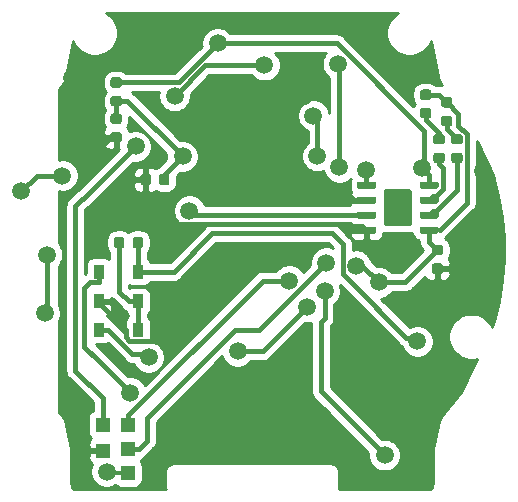
<source format=gbr>
G04 #@! TF.GenerationSoftware,KiCad,Pcbnew,5.1.4-1.fc30*
G04 #@! TF.CreationDate,2020-04-06T19:00:12+02:00*
G04 #@! TF.ProjectId,venom,76656e6f-6d2e-46b6-9963-61645f706362,rev?*
G04 #@! TF.SameCoordinates,Original*
G04 #@! TF.FileFunction,Copper,L2,Bot*
G04 #@! TF.FilePolarity,Positive*
%FSLAX46Y46*%
G04 Gerber Fmt 4.6, Leading zero omitted, Abs format (unit mm)*
G04 Created by KiCad (PCBNEW 5.1.4-1.fc30) date 2020-04-06 19:00:12*
%MOMM*%
%LPD*%
G04 APERTURE LIST*
%ADD10R,1.200000X1.200000*%
%ADD11C,0.100000*%
%ADD12C,0.875000*%
%ADD13R,0.900000X1.200000*%
%ADD14C,2.410000*%
%ADD15C,0.500000*%
%ADD16C,0.600000*%
%ADD17C,1.500000*%
%ADD18C,0.400000*%
%ADD19C,0.300000*%
%ADD20C,0.254000*%
G04 APERTURE END LIST*
D10*
X149000000Y-133550000D03*
X149000000Y-135600000D03*
X146850000Y-133500000D03*
X146900000Y-135700000D03*
X149000000Y-137600000D03*
D11*
G36*
X148502691Y-117606053D02*
G01*
X148523926Y-117609203D01*
X148544750Y-117614419D01*
X148564962Y-117621651D01*
X148584368Y-117630830D01*
X148602781Y-117641866D01*
X148620024Y-117654654D01*
X148635930Y-117669070D01*
X148650346Y-117684976D01*
X148663134Y-117702219D01*
X148674170Y-117720632D01*
X148683349Y-117740038D01*
X148690581Y-117760250D01*
X148695797Y-117781074D01*
X148698947Y-117802309D01*
X148700000Y-117823750D01*
X148700000Y-118336250D01*
X148698947Y-118357691D01*
X148695797Y-118378926D01*
X148690581Y-118399750D01*
X148683349Y-118419962D01*
X148674170Y-118439368D01*
X148663134Y-118457781D01*
X148650346Y-118475024D01*
X148635930Y-118490930D01*
X148620024Y-118505346D01*
X148602781Y-118518134D01*
X148584368Y-118529170D01*
X148564962Y-118538349D01*
X148544750Y-118545581D01*
X148523926Y-118550797D01*
X148502691Y-118553947D01*
X148481250Y-118555000D01*
X148043750Y-118555000D01*
X148022309Y-118553947D01*
X148001074Y-118550797D01*
X147980250Y-118545581D01*
X147960038Y-118538349D01*
X147940632Y-118529170D01*
X147922219Y-118518134D01*
X147904976Y-118505346D01*
X147889070Y-118490930D01*
X147874654Y-118475024D01*
X147861866Y-118457781D01*
X147850830Y-118439368D01*
X147841651Y-118419962D01*
X147834419Y-118399750D01*
X147829203Y-118378926D01*
X147826053Y-118357691D01*
X147825000Y-118336250D01*
X147825000Y-117823750D01*
X147826053Y-117802309D01*
X147829203Y-117781074D01*
X147834419Y-117760250D01*
X147841651Y-117740038D01*
X147850830Y-117720632D01*
X147861866Y-117702219D01*
X147874654Y-117684976D01*
X147889070Y-117669070D01*
X147904976Y-117654654D01*
X147922219Y-117641866D01*
X147940632Y-117630830D01*
X147960038Y-117621651D01*
X147980250Y-117614419D01*
X148001074Y-117609203D01*
X148022309Y-117606053D01*
X148043750Y-117605000D01*
X148481250Y-117605000D01*
X148502691Y-117606053D01*
X148502691Y-117606053D01*
G37*
D12*
X148262500Y-118080000D03*
D11*
G36*
X150077691Y-117606053D02*
G01*
X150098926Y-117609203D01*
X150119750Y-117614419D01*
X150139962Y-117621651D01*
X150159368Y-117630830D01*
X150177781Y-117641866D01*
X150195024Y-117654654D01*
X150210930Y-117669070D01*
X150225346Y-117684976D01*
X150238134Y-117702219D01*
X150249170Y-117720632D01*
X150258349Y-117740038D01*
X150265581Y-117760250D01*
X150270797Y-117781074D01*
X150273947Y-117802309D01*
X150275000Y-117823750D01*
X150275000Y-118336250D01*
X150273947Y-118357691D01*
X150270797Y-118378926D01*
X150265581Y-118399750D01*
X150258349Y-118419962D01*
X150249170Y-118439368D01*
X150238134Y-118457781D01*
X150225346Y-118475024D01*
X150210930Y-118490930D01*
X150195024Y-118505346D01*
X150177781Y-118518134D01*
X150159368Y-118529170D01*
X150139962Y-118538349D01*
X150119750Y-118545581D01*
X150098926Y-118550797D01*
X150077691Y-118553947D01*
X150056250Y-118555000D01*
X149618750Y-118555000D01*
X149597309Y-118553947D01*
X149576074Y-118550797D01*
X149555250Y-118545581D01*
X149535038Y-118538349D01*
X149515632Y-118529170D01*
X149497219Y-118518134D01*
X149479976Y-118505346D01*
X149464070Y-118490930D01*
X149449654Y-118475024D01*
X149436866Y-118457781D01*
X149425830Y-118439368D01*
X149416651Y-118419962D01*
X149409419Y-118399750D01*
X149404203Y-118378926D01*
X149401053Y-118357691D01*
X149400000Y-118336250D01*
X149400000Y-117823750D01*
X149401053Y-117802309D01*
X149404203Y-117781074D01*
X149409419Y-117760250D01*
X149416651Y-117740038D01*
X149425830Y-117720632D01*
X149436866Y-117702219D01*
X149449654Y-117684976D01*
X149464070Y-117669070D01*
X149479976Y-117654654D01*
X149497219Y-117641866D01*
X149515632Y-117630830D01*
X149535038Y-117621651D01*
X149555250Y-117614419D01*
X149576074Y-117609203D01*
X149597309Y-117606053D01*
X149618750Y-117605000D01*
X150056250Y-117605000D01*
X150077691Y-117606053D01*
X150077691Y-117606053D01*
G37*
D12*
X149837500Y-118080000D03*
D13*
X146540000Y-123070000D03*
X149840000Y-123070000D03*
X146540000Y-125450000D03*
X149840000Y-125450000D03*
X146550000Y-120560000D03*
X149850000Y-120560000D03*
D11*
G36*
X148277691Y-105671053D02*
G01*
X148298926Y-105674203D01*
X148319750Y-105679419D01*
X148339962Y-105686651D01*
X148359368Y-105695830D01*
X148377781Y-105706866D01*
X148395024Y-105719654D01*
X148410930Y-105734070D01*
X148425346Y-105749976D01*
X148438134Y-105767219D01*
X148449170Y-105785632D01*
X148458349Y-105805038D01*
X148465581Y-105825250D01*
X148470797Y-105846074D01*
X148473947Y-105867309D01*
X148475000Y-105888750D01*
X148475000Y-106326250D01*
X148473947Y-106347691D01*
X148470797Y-106368926D01*
X148465581Y-106389750D01*
X148458349Y-106409962D01*
X148449170Y-106429368D01*
X148438134Y-106447781D01*
X148425346Y-106465024D01*
X148410930Y-106480930D01*
X148395024Y-106495346D01*
X148377781Y-106508134D01*
X148359368Y-106519170D01*
X148339962Y-106528349D01*
X148319750Y-106535581D01*
X148298926Y-106540797D01*
X148277691Y-106543947D01*
X148256250Y-106545000D01*
X147743750Y-106545000D01*
X147722309Y-106543947D01*
X147701074Y-106540797D01*
X147680250Y-106535581D01*
X147660038Y-106528349D01*
X147640632Y-106519170D01*
X147622219Y-106508134D01*
X147604976Y-106495346D01*
X147589070Y-106480930D01*
X147574654Y-106465024D01*
X147561866Y-106447781D01*
X147550830Y-106429368D01*
X147541651Y-106409962D01*
X147534419Y-106389750D01*
X147529203Y-106368926D01*
X147526053Y-106347691D01*
X147525000Y-106326250D01*
X147525000Y-105888750D01*
X147526053Y-105867309D01*
X147529203Y-105846074D01*
X147534419Y-105825250D01*
X147541651Y-105805038D01*
X147550830Y-105785632D01*
X147561866Y-105767219D01*
X147574654Y-105749976D01*
X147589070Y-105734070D01*
X147604976Y-105719654D01*
X147622219Y-105706866D01*
X147640632Y-105695830D01*
X147660038Y-105686651D01*
X147680250Y-105679419D01*
X147701074Y-105674203D01*
X147722309Y-105671053D01*
X147743750Y-105670000D01*
X148256250Y-105670000D01*
X148277691Y-105671053D01*
X148277691Y-105671053D01*
G37*
D12*
X148000000Y-106107500D03*
D11*
G36*
X148277691Y-104096053D02*
G01*
X148298926Y-104099203D01*
X148319750Y-104104419D01*
X148339962Y-104111651D01*
X148359368Y-104120830D01*
X148377781Y-104131866D01*
X148395024Y-104144654D01*
X148410930Y-104159070D01*
X148425346Y-104174976D01*
X148438134Y-104192219D01*
X148449170Y-104210632D01*
X148458349Y-104230038D01*
X148465581Y-104250250D01*
X148470797Y-104271074D01*
X148473947Y-104292309D01*
X148475000Y-104313750D01*
X148475000Y-104751250D01*
X148473947Y-104772691D01*
X148470797Y-104793926D01*
X148465581Y-104814750D01*
X148458349Y-104834962D01*
X148449170Y-104854368D01*
X148438134Y-104872781D01*
X148425346Y-104890024D01*
X148410930Y-104905930D01*
X148395024Y-104920346D01*
X148377781Y-104933134D01*
X148359368Y-104944170D01*
X148339962Y-104953349D01*
X148319750Y-104960581D01*
X148298926Y-104965797D01*
X148277691Y-104968947D01*
X148256250Y-104970000D01*
X147743750Y-104970000D01*
X147722309Y-104968947D01*
X147701074Y-104965797D01*
X147680250Y-104960581D01*
X147660038Y-104953349D01*
X147640632Y-104944170D01*
X147622219Y-104933134D01*
X147604976Y-104920346D01*
X147589070Y-104905930D01*
X147574654Y-104890024D01*
X147561866Y-104872781D01*
X147550830Y-104854368D01*
X147541651Y-104834962D01*
X147534419Y-104814750D01*
X147529203Y-104793926D01*
X147526053Y-104772691D01*
X147525000Y-104751250D01*
X147525000Y-104313750D01*
X147526053Y-104292309D01*
X147529203Y-104271074D01*
X147534419Y-104250250D01*
X147541651Y-104230038D01*
X147550830Y-104210632D01*
X147561866Y-104192219D01*
X147574654Y-104174976D01*
X147589070Y-104159070D01*
X147604976Y-104144654D01*
X147622219Y-104131866D01*
X147640632Y-104120830D01*
X147660038Y-104111651D01*
X147680250Y-104104419D01*
X147701074Y-104099203D01*
X147722309Y-104096053D01*
X147743750Y-104095000D01*
X148256250Y-104095000D01*
X148277691Y-104096053D01*
X148277691Y-104096053D01*
G37*
D12*
X148000000Y-104532500D03*
D11*
G36*
X148277691Y-107156053D02*
G01*
X148298926Y-107159203D01*
X148319750Y-107164419D01*
X148339962Y-107171651D01*
X148359368Y-107180830D01*
X148377781Y-107191866D01*
X148395024Y-107204654D01*
X148410930Y-107219070D01*
X148425346Y-107234976D01*
X148438134Y-107252219D01*
X148449170Y-107270632D01*
X148458349Y-107290038D01*
X148465581Y-107310250D01*
X148470797Y-107331074D01*
X148473947Y-107352309D01*
X148475000Y-107373750D01*
X148475000Y-107811250D01*
X148473947Y-107832691D01*
X148470797Y-107853926D01*
X148465581Y-107874750D01*
X148458349Y-107894962D01*
X148449170Y-107914368D01*
X148438134Y-107932781D01*
X148425346Y-107950024D01*
X148410930Y-107965930D01*
X148395024Y-107980346D01*
X148377781Y-107993134D01*
X148359368Y-108004170D01*
X148339962Y-108013349D01*
X148319750Y-108020581D01*
X148298926Y-108025797D01*
X148277691Y-108028947D01*
X148256250Y-108030000D01*
X147743750Y-108030000D01*
X147722309Y-108028947D01*
X147701074Y-108025797D01*
X147680250Y-108020581D01*
X147660038Y-108013349D01*
X147640632Y-108004170D01*
X147622219Y-107993134D01*
X147604976Y-107980346D01*
X147589070Y-107965930D01*
X147574654Y-107950024D01*
X147561866Y-107932781D01*
X147550830Y-107914368D01*
X147541651Y-107894962D01*
X147534419Y-107874750D01*
X147529203Y-107853926D01*
X147526053Y-107832691D01*
X147525000Y-107811250D01*
X147525000Y-107373750D01*
X147526053Y-107352309D01*
X147529203Y-107331074D01*
X147534419Y-107310250D01*
X147541651Y-107290038D01*
X147550830Y-107270632D01*
X147561866Y-107252219D01*
X147574654Y-107234976D01*
X147589070Y-107219070D01*
X147604976Y-107204654D01*
X147622219Y-107191866D01*
X147640632Y-107180830D01*
X147660038Y-107171651D01*
X147680250Y-107164419D01*
X147701074Y-107159203D01*
X147722309Y-107156053D01*
X147743750Y-107155000D01*
X148256250Y-107155000D01*
X148277691Y-107156053D01*
X148277691Y-107156053D01*
G37*
D12*
X148000000Y-107592500D03*
D11*
G36*
X148277691Y-108731053D02*
G01*
X148298926Y-108734203D01*
X148319750Y-108739419D01*
X148339962Y-108746651D01*
X148359368Y-108755830D01*
X148377781Y-108766866D01*
X148395024Y-108779654D01*
X148410930Y-108794070D01*
X148425346Y-108809976D01*
X148438134Y-108827219D01*
X148449170Y-108845632D01*
X148458349Y-108865038D01*
X148465581Y-108885250D01*
X148470797Y-108906074D01*
X148473947Y-108927309D01*
X148475000Y-108948750D01*
X148475000Y-109386250D01*
X148473947Y-109407691D01*
X148470797Y-109428926D01*
X148465581Y-109449750D01*
X148458349Y-109469962D01*
X148449170Y-109489368D01*
X148438134Y-109507781D01*
X148425346Y-109525024D01*
X148410930Y-109540930D01*
X148395024Y-109555346D01*
X148377781Y-109568134D01*
X148359368Y-109579170D01*
X148339962Y-109588349D01*
X148319750Y-109595581D01*
X148298926Y-109600797D01*
X148277691Y-109603947D01*
X148256250Y-109605000D01*
X147743750Y-109605000D01*
X147722309Y-109603947D01*
X147701074Y-109600797D01*
X147680250Y-109595581D01*
X147660038Y-109588349D01*
X147640632Y-109579170D01*
X147622219Y-109568134D01*
X147604976Y-109555346D01*
X147589070Y-109540930D01*
X147574654Y-109525024D01*
X147561866Y-109507781D01*
X147550830Y-109489368D01*
X147541651Y-109469962D01*
X147534419Y-109449750D01*
X147529203Y-109428926D01*
X147526053Y-109407691D01*
X147525000Y-109386250D01*
X147525000Y-108948750D01*
X147526053Y-108927309D01*
X147529203Y-108906074D01*
X147534419Y-108885250D01*
X147541651Y-108865038D01*
X147550830Y-108845632D01*
X147561866Y-108827219D01*
X147574654Y-108809976D01*
X147589070Y-108794070D01*
X147604976Y-108779654D01*
X147622219Y-108766866D01*
X147640632Y-108755830D01*
X147660038Y-108746651D01*
X147680250Y-108739419D01*
X147701074Y-108734203D01*
X147722309Y-108731053D01*
X147743750Y-108730000D01*
X148256250Y-108730000D01*
X148277691Y-108731053D01*
X148277691Y-108731053D01*
G37*
D12*
X148000000Y-109167500D03*
D11*
G36*
X175617691Y-108896053D02*
G01*
X175638926Y-108899203D01*
X175659750Y-108904419D01*
X175679962Y-108911651D01*
X175699368Y-108920830D01*
X175717781Y-108931866D01*
X175735024Y-108944654D01*
X175750930Y-108959070D01*
X175765346Y-108974976D01*
X175778134Y-108992219D01*
X175789170Y-109010632D01*
X175798349Y-109030038D01*
X175805581Y-109050250D01*
X175810797Y-109071074D01*
X175813947Y-109092309D01*
X175815000Y-109113750D01*
X175815000Y-109551250D01*
X175813947Y-109572691D01*
X175810797Y-109593926D01*
X175805581Y-109614750D01*
X175798349Y-109634962D01*
X175789170Y-109654368D01*
X175778134Y-109672781D01*
X175765346Y-109690024D01*
X175750930Y-109705930D01*
X175735024Y-109720346D01*
X175717781Y-109733134D01*
X175699368Y-109744170D01*
X175679962Y-109753349D01*
X175659750Y-109760581D01*
X175638926Y-109765797D01*
X175617691Y-109768947D01*
X175596250Y-109770000D01*
X175083750Y-109770000D01*
X175062309Y-109768947D01*
X175041074Y-109765797D01*
X175020250Y-109760581D01*
X175000038Y-109753349D01*
X174980632Y-109744170D01*
X174962219Y-109733134D01*
X174944976Y-109720346D01*
X174929070Y-109705930D01*
X174914654Y-109690024D01*
X174901866Y-109672781D01*
X174890830Y-109654368D01*
X174881651Y-109634962D01*
X174874419Y-109614750D01*
X174869203Y-109593926D01*
X174866053Y-109572691D01*
X174865000Y-109551250D01*
X174865000Y-109113750D01*
X174866053Y-109092309D01*
X174869203Y-109071074D01*
X174874419Y-109050250D01*
X174881651Y-109030038D01*
X174890830Y-109010632D01*
X174901866Y-108992219D01*
X174914654Y-108974976D01*
X174929070Y-108959070D01*
X174944976Y-108944654D01*
X174962219Y-108931866D01*
X174980632Y-108920830D01*
X175000038Y-108911651D01*
X175020250Y-108904419D01*
X175041074Y-108899203D01*
X175062309Y-108896053D01*
X175083750Y-108895000D01*
X175596250Y-108895000D01*
X175617691Y-108896053D01*
X175617691Y-108896053D01*
G37*
D12*
X175340000Y-109332500D03*
D11*
G36*
X175617691Y-110471053D02*
G01*
X175638926Y-110474203D01*
X175659750Y-110479419D01*
X175679962Y-110486651D01*
X175699368Y-110495830D01*
X175717781Y-110506866D01*
X175735024Y-110519654D01*
X175750930Y-110534070D01*
X175765346Y-110549976D01*
X175778134Y-110567219D01*
X175789170Y-110585632D01*
X175798349Y-110605038D01*
X175805581Y-110625250D01*
X175810797Y-110646074D01*
X175813947Y-110667309D01*
X175815000Y-110688750D01*
X175815000Y-111126250D01*
X175813947Y-111147691D01*
X175810797Y-111168926D01*
X175805581Y-111189750D01*
X175798349Y-111209962D01*
X175789170Y-111229368D01*
X175778134Y-111247781D01*
X175765346Y-111265024D01*
X175750930Y-111280930D01*
X175735024Y-111295346D01*
X175717781Y-111308134D01*
X175699368Y-111319170D01*
X175679962Y-111328349D01*
X175659750Y-111335581D01*
X175638926Y-111340797D01*
X175617691Y-111343947D01*
X175596250Y-111345000D01*
X175083750Y-111345000D01*
X175062309Y-111343947D01*
X175041074Y-111340797D01*
X175020250Y-111335581D01*
X175000038Y-111328349D01*
X174980632Y-111319170D01*
X174962219Y-111308134D01*
X174944976Y-111295346D01*
X174929070Y-111280930D01*
X174914654Y-111265024D01*
X174901866Y-111247781D01*
X174890830Y-111229368D01*
X174881651Y-111209962D01*
X174874419Y-111189750D01*
X174869203Y-111168926D01*
X174866053Y-111147691D01*
X174865000Y-111126250D01*
X174865000Y-110688750D01*
X174866053Y-110667309D01*
X174869203Y-110646074D01*
X174874419Y-110625250D01*
X174881651Y-110605038D01*
X174890830Y-110585632D01*
X174901866Y-110567219D01*
X174914654Y-110549976D01*
X174929070Y-110534070D01*
X174944976Y-110519654D01*
X174962219Y-110506866D01*
X174980632Y-110495830D01*
X175000038Y-110486651D01*
X175020250Y-110479419D01*
X175041074Y-110474203D01*
X175062309Y-110471053D01*
X175083750Y-110470000D01*
X175596250Y-110470000D01*
X175617691Y-110471053D01*
X175617691Y-110471053D01*
G37*
D12*
X175340000Y-110907500D03*
D11*
G36*
X177137691Y-110471053D02*
G01*
X177158926Y-110474203D01*
X177179750Y-110479419D01*
X177199962Y-110486651D01*
X177219368Y-110495830D01*
X177237781Y-110506866D01*
X177255024Y-110519654D01*
X177270930Y-110534070D01*
X177285346Y-110549976D01*
X177298134Y-110567219D01*
X177309170Y-110585632D01*
X177318349Y-110605038D01*
X177325581Y-110625250D01*
X177330797Y-110646074D01*
X177333947Y-110667309D01*
X177335000Y-110688750D01*
X177335000Y-111126250D01*
X177333947Y-111147691D01*
X177330797Y-111168926D01*
X177325581Y-111189750D01*
X177318349Y-111209962D01*
X177309170Y-111229368D01*
X177298134Y-111247781D01*
X177285346Y-111265024D01*
X177270930Y-111280930D01*
X177255024Y-111295346D01*
X177237781Y-111308134D01*
X177219368Y-111319170D01*
X177199962Y-111328349D01*
X177179750Y-111335581D01*
X177158926Y-111340797D01*
X177137691Y-111343947D01*
X177116250Y-111345000D01*
X176603750Y-111345000D01*
X176582309Y-111343947D01*
X176561074Y-111340797D01*
X176540250Y-111335581D01*
X176520038Y-111328349D01*
X176500632Y-111319170D01*
X176482219Y-111308134D01*
X176464976Y-111295346D01*
X176449070Y-111280930D01*
X176434654Y-111265024D01*
X176421866Y-111247781D01*
X176410830Y-111229368D01*
X176401651Y-111209962D01*
X176394419Y-111189750D01*
X176389203Y-111168926D01*
X176386053Y-111147691D01*
X176385000Y-111126250D01*
X176385000Y-110688750D01*
X176386053Y-110667309D01*
X176389203Y-110646074D01*
X176394419Y-110625250D01*
X176401651Y-110605038D01*
X176410830Y-110585632D01*
X176421866Y-110567219D01*
X176434654Y-110549976D01*
X176449070Y-110534070D01*
X176464976Y-110519654D01*
X176482219Y-110506866D01*
X176500632Y-110495830D01*
X176520038Y-110486651D01*
X176540250Y-110479419D01*
X176561074Y-110474203D01*
X176582309Y-110471053D01*
X176603750Y-110470000D01*
X177116250Y-110470000D01*
X177137691Y-110471053D01*
X177137691Y-110471053D01*
G37*
D12*
X176860000Y-110907500D03*
D11*
G36*
X177137691Y-108896053D02*
G01*
X177158926Y-108899203D01*
X177179750Y-108904419D01*
X177199962Y-108911651D01*
X177219368Y-108920830D01*
X177237781Y-108931866D01*
X177255024Y-108944654D01*
X177270930Y-108959070D01*
X177285346Y-108974976D01*
X177298134Y-108992219D01*
X177309170Y-109010632D01*
X177318349Y-109030038D01*
X177325581Y-109050250D01*
X177330797Y-109071074D01*
X177333947Y-109092309D01*
X177335000Y-109113750D01*
X177335000Y-109551250D01*
X177333947Y-109572691D01*
X177330797Y-109593926D01*
X177325581Y-109614750D01*
X177318349Y-109634962D01*
X177309170Y-109654368D01*
X177298134Y-109672781D01*
X177285346Y-109690024D01*
X177270930Y-109705930D01*
X177255024Y-109720346D01*
X177237781Y-109733134D01*
X177219368Y-109744170D01*
X177199962Y-109753349D01*
X177179750Y-109760581D01*
X177158926Y-109765797D01*
X177137691Y-109768947D01*
X177116250Y-109770000D01*
X176603750Y-109770000D01*
X176582309Y-109768947D01*
X176561074Y-109765797D01*
X176540250Y-109760581D01*
X176520038Y-109753349D01*
X176500632Y-109744170D01*
X176482219Y-109733134D01*
X176464976Y-109720346D01*
X176449070Y-109705930D01*
X176434654Y-109690024D01*
X176421866Y-109672781D01*
X176410830Y-109654368D01*
X176401651Y-109634962D01*
X176394419Y-109614750D01*
X176389203Y-109593926D01*
X176386053Y-109572691D01*
X176385000Y-109551250D01*
X176385000Y-109113750D01*
X176386053Y-109092309D01*
X176389203Y-109071074D01*
X176394419Y-109050250D01*
X176401651Y-109030038D01*
X176410830Y-109010632D01*
X176421866Y-108992219D01*
X176434654Y-108974976D01*
X176449070Y-108959070D01*
X176464976Y-108944654D01*
X176482219Y-108931866D01*
X176500632Y-108920830D01*
X176520038Y-108911651D01*
X176540250Y-108904419D01*
X176561074Y-108899203D01*
X176582309Y-108896053D01*
X176603750Y-108895000D01*
X177116250Y-108895000D01*
X177137691Y-108896053D01*
X177137691Y-108896053D01*
G37*
D12*
X176860000Y-109332500D03*
D11*
G36*
X172829506Y-113571204D02*
G01*
X172853774Y-113574804D01*
X172877573Y-113580765D01*
X172900672Y-113589030D01*
X172922850Y-113599519D01*
X172943893Y-113612132D01*
X172963599Y-113626747D01*
X172981777Y-113643223D01*
X172998253Y-113661401D01*
X173012868Y-113681107D01*
X173025481Y-113702150D01*
X173035970Y-113724328D01*
X173044235Y-113747427D01*
X173050196Y-113771226D01*
X173053796Y-113795494D01*
X173055000Y-113819998D01*
X173055000Y-116420002D01*
X173053796Y-116444506D01*
X173050196Y-116468774D01*
X173044235Y-116492573D01*
X173035970Y-116515672D01*
X173025481Y-116537850D01*
X173012868Y-116558893D01*
X172998253Y-116578599D01*
X172981777Y-116596777D01*
X172963599Y-116613253D01*
X172943893Y-116627868D01*
X172922850Y-116640481D01*
X172900672Y-116650970D01*
X172877573Y-116659235D01*
X172853774Y-116665196D01*
X172829506Y-116668796D01*
X172805002Y-116670000D01*
X170894998Y-116670000D01*
X170870494Y-116668796D01*
X170846226Y-116665196D01*
X170822427Y-116659235D01*
X170799328Y-116650970D01*
X170777150Y-116640481D01*
X170756107Y-116627868D01*
X170736401Y-116613253D01*
X170718223Y-116596777D01*
X170701747Y-116578599D01*
X170687132Y-116558893D01*
X170674519Y-116537850D01*
X170664030Y-116515672D01*
X170655765Y-116492573D01*
X170649804Y-116468774D01*
X170646204Y-116444506D01*
X170645000Y-116420002D01*
X170645000Y-113819998D01*
X170646204Y-113795494D01*
X170649804Y-113771226D01*
X170655765Y-113747427D01*
X170664030Y-113724328D01*
X170674519Y-113702150D01*
X170687132Y-113681107D01*
X170701747Y-113661401D01*
X170718223Y-113643223D01*
X170736401Y-113626747D01*
X170756107Y-113612132D01*
X170777150Y-113599519D01*
X170799328Y-113589030D01*
X170822427Y-113580765D01*
X170846226Y-113574804D01*
X170870494Y-113571204D01*
X170894998Y-113570000D01*
X172805002Y-113570000D01*
X172829506Y-113571204D01*
X172829506Y-113571204D01*
G37*
D14*
X171850000Y-115120000D03*
D15*
X170895000Y-116420000D03*
X172805000Y-116420000D03*
X170895000Y-115120000D03*
X172805000Y-115120000D03*
X170895000Y-113820000D03*
X172805000Y-113820000D03*
D11*
G36*
X169864703Y-116725722D02*
G01*
X169879264Y-116727882D01*
X169893543Y-116731459D01*
X169907403Y-116736418D01*
X169920710Y-116742712D01*
X169933336Y-116750280D01*
X169945159Y-116759048D01*
X169956066Y-116768934D01*
X169965952Y-116779841D01*
X169974720Y-116791664D01*
X169982288Y-116804290D01*
X169988582Y-116817597D01*
X169993541Y-116831457D01*
X169997118Y-116845736D01*
X169999278Y-116860297D01*
X170000000Y-116875000D01*
X170000000Y-117175000D01*
X169999278Y-117189703D01*
X169997118Y-117204264D01*
X169993541Y-117218543D01*
X169988582Y-117232403D01*
X169982288Y-117245710D01*
X169974720Y-117258336D01*
X169965952Y-117270159D01*
X169956066Y-117281066D01*
X169945159Y-117290952D01*
X169933336Y-117299720D01*
X169920710Y-117307288D01*
X169907403Y-117313582D01*
X169893543Y-117318541D01*
X169879264Y-117322118D01*
X169864703Y-117324278D01*
X169850000Y-117325000D01*
X168550000Y-117325000D01*
X168535297Y-117324278D01*
X168520736Y-117322118D01*
X168506457Y-117318541D01*
X168492597Y-117313582D01*
X168479290Y-117307288D01*
X168466664Y-117299720D01*
X168454841Y-117290952D01*
X168443934Y-117281066D01*
X168434048Y-117270159D01*
X168425280Y-117258336D01*
X168417712Y-117245710D01*
X168411418Y-117232403D01*
X168406459Y-117218543D01*
X168402882Y-117204264D01*
X168400722Y-117189703D01*
X168400000Y-117175000D01*
X168400000Y-116875000D01*
X168400722Y-116860297D01*
X168402882Y-116845736D01*
X168406459Y-116831457D01*
X168411418Y-116817597D01*
X168417712Y-116804290D01*
X168425280Y-116791664D01*
X168434048Y-116779841D01*
X168443934Y-116768934D01*
X168454841Y-116759048D01*
X168466664Y-116750280D01*
X168479290Y-116742712D01*
X168492597Y-116736418D01*
X168506457Y-116731459D01*
X168520736Y-116727882D01*
X168535297Y-116725722D01*
X168550000Y-116725000D01*
X169850000Y-116725000D01*
X169864703Y-116725722D01*
X169864703Y-116725722D01*
G37*
D16*
X169200000Y-117025000D03*
D11*
G36*
X169864703Y-115455722D02*
G01*
X169879264Y-115457882D01*
X169893543Y-115461459D01*
X169907403Y-115466418D01*
X169920710Y-115472712D01*
X169933336Y-115480280D01*
X169945159Y-115489048D01*
X169956066Y-115498934D01*
X169965952Y-115509841D01*
X169974720Y-115521664D01*
X169982288Y-115534290D01*
X169988582Y-115547597D01*
X169993541Y-115561457D01*
X169997118Y-115575736D01*
X169999278Y-115590297D01*
X170000000Y-115605000D01*
X170000000Y-115905000D01*
X169999278Y-115919703D01*
X169997118Y-115934264D01*
X169993541Y-115948543D01*
X169988582Y-115962403D01*
X169982288Y-115975710D01*
X169974720Y-115988336D01*
X169965952Y-116000159D01*
X169956066Y-116011066D01*
X169945159Y-116020952D01*
X169933336Y-116029720D01*
X169920710Y-116037288D01*
X169907403Y-116043582D01*
X169893543Y-116048541D01*
X169879264Y-116052118D01*
X169864703Y-116054278D01*
X169850000Y-116055000D01*
X168550000Y-116055000D01*
X168535297Y-116054278D01*
X168520736Y-116052118D01*
X168506457Y-116048541D01*
X168492597Y-116043582D01*
X168479290Y-116037288D01*
X168466664Y-116029720D01*
X168454841Y-116020952D01*
X168443934Y-116011066D01*
X168434048Y-116000159D01*
X168425280Y-115988336D01*
X168417712Y-115975710D01*
X168411418Y-115962403D01*
X168406459Y-115948543D01*
X168402882Y-115934264D01*
X168400722Y-115919703D01*
X168400000Y-115905000D01*
X168400000Y-115605000D01*
X168400722Y-115590297D01*
X168402882Y-115575736D01*
X168406459Y-115561457D01*
X168411418Y-115547597D01*
X168417712Y-115534290D01*
X168425280Y-115521664D01*
X168434048Y-115509841D01*
X168443934Y-115498934D01*
X168454841Y-115489048D01*
X168466664Y-115480280D01*
X168479290Y-115472712D01*
X168492597Y-115466418D01*
X168506457Y-115461459D01*
X168520736Y-115457882D01*
X168535297Y-115455722D01*
X168550000Y-115455000D01*
X169850000Y-115455000D01*
X169864703Y-115455722D01*
X169864703Y-115455722D01*
G37*
D16*
X169200000Y-115755000D03*
D11*
G36*
X169864703Y-114185722D02*
G01*
X169879264Y-114187882D01*
X169893543Y-114191459D01*
X169907403Y-114196418D01*
X169920710Y-114202712D01*
X169933336Y-114210280D01*
X169945159Y-114219048D01*
X169956066Y-114228934D01*
X169965952Y-114239841D01*
X169974720Y-114251664D01*
X169982288Y-114264290D01*
X169988582Y-114277597D01*
X169993541Y-114291457D01*
X169997118Y-114305736D01*
X169999278Y-114320297D01*
X170000000Y-114335000D01*
X170000000Y-114635000D01*
X169999278Y-114649703D01*
X169997118Y-114664264D01*
X169993541Y-114678543D01*
X169988582Y-114692403D01*
X169982288Y-114705710D01*
X169974720Y-114718336D01*
X169965952Y-114730159D01*
X169956066Y-114741066D01*
X169945159Y-114750952D01*
X169933336Y-114759720D01*
X169920710Y-114767288D01*
X169907403Y-114773582D01*
X169893543Y-114778541D01*
X169879264Y-114782118D01*
X169864703Y-114784278D01*
X169850000Y-114785000D01*
X168550000Y-114785000D01*
X168535297Y-114784278D01*
X168520736Y-114782118D01*
X168506457Y-114778541D01*
X168492597Y-114773582D01*
X168479290Y-114767288D01*
X168466664Y-114759720D01*
X168454841Y-114750952D01*
X168443934Y-114741066D01*
X168434048Y-114730159D01*
X168425280Y-114718336D01*
X168417712Y-114705710D01*
X168411418Y-114692403D01*
X168406459Y-114678543D01*
X168402882Y-114664264D01*
X168400722Y-114649703D01*
X168400000Y-114635000D01*
X168400000Y-114335000D01*
X168400722Y-114320297D01*
X168402882Y-114305736D01*
X168406459Y-114291457D01*
X168411418Y-114277597D01*
X168417712Y-114264290D01*
X168425280Y-114251664D01*
X168434048Y-114239841D01*
X168443934Y-114228934D01*
X168454841Y-114219048D01*
X168466664Y-114210280D01*
X168479290Y-114202712D01*
X168492597Y-114196418D01*
X168506457Y-114191459D01*
X168520736Y-114187882D01*
X168535297Y-114185722D01*
X168550000Y-114185000D01*
X169850000Y-114185000D01*
X169864703Y-114185722D01*
X169864703Y-114185722D01*
G37*
D16*
X169200000Y-114485000D03*
D11*
G36*
X169864703Y-112915722D02*
G01*
X169879264Y-112917882D01*
X169893543Y-112921459D01*
X169907403Y-112926418D01*
X169920710Y-112932712D01*
X169933336Y-112940280D01*
X169945159Y-112949048D01*
X169956066Y-112958934D01*
X169965952Y-112969841D01*
X169974720Y-112981664D01*
X169982288Y-112994290D01*
X169988582Y-113007597D01*
X169993541Y-113021457D01*
X169997118Y-113035736D01*
X169999278Y-113050297D01*
X170000000Y-113065000D01*
X170000000Y-113365000D01*
X169999278Y-113379703D01*
X169997118Y-113394264D01*
X169993541Y-113408543D01*
X169988582Y-113422403D01*
X169982288Y-113435710D01*
X169974720Y-113448336D01*
X169965952Y-113460159D01*
X169956066Y-113471066D01*
X169945159Y-113480952D01*
X169933336Y-113489720D01*
X169920710Y-113497288D01*
X169907403Y-113503582D01*
X169893543Y-113508541D01*
X169879264Y-113512118D01*
X169864703Y-113514278D01*
X169850000Y-113515000D01*
X168550000Y-113515000D01*
X168535297Y-113514278D01*
X168520736Y-113512118D01*
X168506457Y-113508541D01*
X168492597Y-113503582D01*
X168479290Y-113497288D01*
X168466664Y-113489720D01*
X168454841Y-113480952D01*
X168443934Y-113471066D01*
X168434048Y-113460159D01*
X168425280Y-113448336D01*
X168417712Y-113435710D01*
X168411418Y-113422403D01*
X168406459Y-113408543D01*
X168402882Y-113394264D01*
X168400722Y-113379703D01*
X168400000Y-113365000D01*
X168400000Y-113065000D01*
X168400722Y-113050297D01*
X168402882Y-113035736D01*
X168406459Y-113021457D01*
X168411418Y-113007597D01*
X168417712Y-112994290D01*
X168425280Y-112981664D01*
X168434048Y-112969841D01*
X168443934Y-112958934D01*
X168454841Y-112949048D01*
X168466664Y-112940280D01*
X168479290Y-112932712D01*
X168492597Y-112926418D01*
X168506457Y-112921459D01*
X168520736Y-112917882D01*
X168535297Y-112915722D01*
X168550000Y-112915000D01*
X169850000Y-112915000D01*
X169864703Y-112915722D01*
X169864703Y-112915722D01*
G37*
D16*
X169200000Y-113215000D03*
D11*
G36*
X175164703Y-112915722D02*
G01*
X175179264Y-112917882D01*
X175193543Y-112921459D01*
X175207403Y-112926418D01*
X175220710Y-112932712D01*
X175233336Y-112940280D01*
X175245159Y-112949048D01*
X175256066Y-112958934D01*
X175265952Y-112969841D01*
X175274720Y-112981664D01*
X175282288Y-112994290D01*
X175288582Y-113007597D01*
X175293541Y-113021457D01*
X175297118Y-113035736D01*
X175299278Y-113050297D01*
X175300000Y-113065000D01*
X175300000Y-113365000D01*
X175299278Y-113379703D01*
X175297118Y-113394264D01*
X175293541Y-113408543D01*
X175288582Y-113422403D01*
X175282288Y-113435710D01*
X175274720Y-113448336D01*
X175265952Y-113460159D01*
X175256066Y-113471066D01*
X175245159Y-113480952D01*
X175233336Y-113489720D01*
X175220710Y-113497288D01*
X175207403Y-113503582D01*
X175193543Y-113508541D01*
X175179264Y-113512118D01*
X175164703Y-113514278D01*
X175150000Y-113515000D01*
X173850000Y-113515000D01*
X173835297Y-113514278D01*
X173820736Y-113512118D01*
X173806457Y-113508541D01*
X173792597Y-113503582D01*
X173779290Y-113497288D01*
X173766664Y-113489720D01*
X173754841Y-113480952D01*
X173743934Y-113471066D01*
X173734048Y-113460159D01*
X173725280Y-113448336D01*
X173717712Y-113435710D01*
X173711418Y-113422403D01*
X173706459Y-113408543D01*
X173702882Y-113394264D01*
X173700722Y-113379703D01*
X173700000Y-113365000D01*
X173700000Y-113065000D01*
X173700722Y-113050297D01*
X173702882Y-113035736D01*
X173706459Y-113021457D01*
X173711418Y-113007597D01*
X173717712Y-112994290D01*
X173725280Y-112981664D01*
X173734048Y-112969841D01*
X173743934Y-112958934D01*
X173754841Y-112949048D01*
X173766664Y-112940280D01*
X173779290Y-112932712D01*
X173792597Y-112926418D01*
X173806457Y-112921459D01*
X173820736Y-112917882D01*
X173835297Y-112915722D01*
X173850000Y-112915000D01*
X175150000Y-112915000D01*
X175164703Y-112915722D01*
X175164703Y-112915722D01*
G37*
D16*
X174500000Y-113215000D03*
D11*
G36*
X175164703Y-114185722D02*
G01*
X175179264Y-114187882D01*
X175193543Y-114191459D01*
X175207403Y-114196418D01*
X175220710Y-114202712D01*
X175233336Y-114210280D01*
X175245159Y-114219048D01*
X175256066Y-114228934D01*
X175265952Y-114239841D01*
X175274720Y-114251664D01*
X175282288Y-114264290D01*
X175288582Y-114277597D01*
X175293541Y-114291457D01*
X175297118Y-114305736D01*
X175299278Y-114320297D01*
X175300000Y-114335000D01*
X175300000Y-114635000D01*
X175299278Y-114649703D01*
X175297118Y-114664264D01*
X175293541Y-114678543D01*
X175288582Y-114692403D01*
X175282288Y-114705710D01*
X175274720Y-114718336D01*
X175265952Y-114730159D01*
X175256066Y-114741066D01*
X175245159Y-114750952D01*
X175233336Y-114759720D01*
X175220710Y-114767288D01*
X175207403Y-114773582D01*
X175193543Y-114778541D01*
X175179264Y-114782118D01*
X175164703Y-114784278D01*
X175150000Y-114785000D01*
X173850000Y-114785000D01*
X173835297Y-114784278D01*
X173820736Y-114782118D01*
X173806457Y-114778541D01*
X173792597Y-114773582D01*
X173779290Y-114767288D01*
X173766664Y-114759720D01*
X173754841Y-114750952D01*
X173743934Y-114741066D01*
X173734048Y-114730159D01*
X173725280Y-114718336D01*
X173717712Y-114705710D01*
X173711418Y-114692403D01*
X173706459Y-114678543D01*
X173702882Y-114664264D01*
X173700722Y-114649703D01*
X173700000Y-114635000D01*
X173700000Y-114335000D01*
X173700722Y-114320297D01*
X173702882Y-114305736D01*
X173706459Y-114291457D01*
X173711418Y-114277597D01*
X173717712Y-114264290D01*
X173725280Y-114251664D01*
X173734048Y-114239841D01*
X173743934Y-114228934D01*
X173754841Y-114219048D01*
X173766664Y-114210280D01*
X173779290Y-114202712D01*
X173792597Y-114196418D01*
X173806457Y-114191459D01*
X173820736Y-114187882D01*
X173835297Y-114185722D01*
X173850000Y-114185000D01*
X175150000Y-114185000D01*
X175164703Y-114185722D01*
X175164703Y-114185722D01*
G37*
D16*
X174500000Y-114485000D03*
D11*
G36*
X175164703Y-115455722D02*
G01*
X175179264Y-115457882D01*
X175193543Y-115461459D01*
X175207403Y-115466418D01*
X175220710Y-115472712D01*
X175233336Y-115480280D01*
X175245159Y-115489048D01*
X175256066Y-115498934D01*
X175265952Y-115509841D01*
X175274720Y-115521664D01*
X175282288Y-115534290D01*
X175288582Y-115547597D01*
X175293541Y-115561457D01*
X175297118Y-115575736D01*
X175299278Y-115590297D01*
X175300000Y-115605000D01*
X175300000Y-115905000D01*
X175299278Y-115919703D01*
X175297118Y-115934264D01*
X175293541Y-115948543D01*
X175288582Y-115962403D01*
X175282288Y-115975710D01*
X175274720Y-115988336D01*
X175265952Y-116000159D01*
X175256066Y-116011066D01*
X175245159Y-116020952D01*
X175233336Y-116029720D01*
X175220710Y-116037288D01*
X175207403Y-116043582D01*
X175193543Y-116048541D01*
X175179264Y-116052118D01*
X175164703Y-116054278D01*
X175150000Y-116055000D01*
X173850000Y-116055000D01*
X173835297Y-116054278D01*
X173820736Y-116052118D01*
X173806457Y-116048541D01*
X173792597Y-116043582D01*
X173779290Y-116037288D01*
X173766664Y-116029720D01*
X173754841Y-116020952D01*
X173743934Y-116011066D01*
X173734048Y-116000159D01*
X173725280Y-115988336D01*
X173717712Y-115975710D01*
X173711418Y-115962403D01*
X173706459Y-115948543D01*
X173702882Y-115934264D01*
X173700722Y-115919703D01*
X173700000Y-115905000D01*
X173700000Y-115605000D01*
X173700722Y-115590297D01*
X173702882Y-115575736D01*
X173706459Y-115561457D01*
X173711418Y-115547597D01*
X173717712Y-115534290D01*
X173725280Y-115521664D01*
X173734048Y-115509841D01*
X173743934Y-115498934D01*
X173754841Y-115489048D01*
X173766664Y-115480280D01*
X173779290Y-115472712D01*
X173792597Y-115466418D01*
X173806457Y-115461459D01*
X173820736Y-115457882D01*
X173835297Y-115455722D01*
X173850000Y-115455000D01*
X175150000Y-115455000D01*
X175164703Y-115455722D01*
X175164703Y-115455722D01*
G37*
D16*
X174500000Y-115755000D03*
D11*
G36*
X175164703Y-116725722D02*
G01*
X175179264Y-116727882D01*
X175193543Y-116731459D01*
X175207403Y-116736418D01*
X175220710Y-116742712D01*
X175233336Y-116750280D01*
X175245159Y-116759048D01*
X175256066Y-116768934D01*
X175265952Y-116779841D01*
X175274720Y-116791664D01*
X175282288Y-116804290D01*
X175288582Y-116817597D01*
X175293541Y-116831457D01*
X175297118Y-116845736D01*
X175299278Y-116860297D01*
X175300000Y-116875000D01*
X175300000Y-117175000D01*
X175299278Y-117189703D01*
X175297118Y-117204264D01*
X175293541Y-117218543D01*
X175288582Y-117232403D01*
X175282288Y-117245710D01*
X175274720Y-117258336D01*
X175265952Y-117270159D01*
X175256066Y-117281066D01*
X175245159Y-117290952D01*
X175233336Y-117299720D01*
X175220710Y-117307288D01*
X175207403Y-117313582D01*
X175193543Y-117318541D01*
X175179264Y-117322118D01*
X175164703Y-117324278D01*
X175150000Y-117325000D01*
X173850000Y-117325000D01*
X173835297Y-117324278D01*
X173820736Y-117322118D01*
X173806457Y-117318541D01*
X173792597Y-117313582D01*
X173779290Y-117307288D01*
X173766664Y-117299720D01*
X173754841Y-117290952D01*
X173743934Y-117281066D01*
X173734048Y-117270159D01*
X173725280Y-117258336D01*
X173717712Y-117245710D01*
X173711418Y-117232403D01*
X173706459Y-117218543D01*
X173702882Y-117204264D01*
X173700722Y-117189703D01*
X173700000Y-117175000D01*
X173700000Y-116875000D01*
X173700722Y-116860297D01*
X173702882Y-116845736D01*
X173706459Y-116831457D01*
X173711418Y-116817597D01*
X173717712Y-116804290D01*
X173725280Y-116791664D01*
X173734048Y-116779841D01*
X173743934Y-116768934D01*
X173754841Y-116759048D01*
X173766664Y-116750280D01*
X173779290Y-116742712D01*
X173792597Y-116736418D01*
X173806457Y-116731459D01*
X173820736Y-116727882D01*
X173835297Y-116725722D01*
X173850000Y-116725000D01*
X175150000Y-116725000D01*
X175164703Y-116725722D01*
X175164703Y-116725722D01*
G37*
D16*
X174500000Y-117025000D03*
D11*
G36*
X175477691Y-118276053D02*
G01*
X175498926Y-118279203D01*
X175519750Y-118284419D01*
X175539962Y-118291651D01*
X175559368Y-118300830D01*
X175577781Y-118311866D01*
X175595024Y-118324654D01*
X175610930Y-118339070D01*
X175625346Y-118354976D01*
X175638134Y-118372219D01*
X175649170Y-118390632D01*
X175658349Y-118410038D01*
X175665581Y-118430250D01*
X175670797Y-118451074D01*
X175673947Y-118472309D01*
X175675000Y-118493750D01*
X175675000Y-118931250D01*
X175673947Y-118952691D01*
X175670797Y-118973926D01*
X175665581Y-118994750D01*
X175658349Y-119014962D01*
X175649170Y-119034368D01*
X175638134Y-119052781D01*
X175625346Y-119070024D01*
X175610930Y-119085930D01*
X175595024Y-119100346D01*
X175577781Y-119113134D01*
X175559368Y-119124170D01*
X175539962Y-119133349D01*
X175519750Y-119140581D01*
X175498926Y-119145797D01*
X175477691Y-119148947D01*
X175456250Y-119150000D01*
X174943750Y-119150000D01*
X174922309Y-119148947D01*
X174901074Y-119145797D01*
X174880250Y-119140581D01*
X174860038Y-119133349D01*
X174840632Y-119124170D01*
X174822219Y-119113134D01*
X174804976Y-119100346D01*
X174789070Y-119085930D01*
X174774654Y-119070024D01*
X174761866Y-119052781D01*
X174750830Y-119034368D01*
X174741651Y-119014962D01*
X174734419Y-118994750D01*
X174729203Y-118973926D01*
X174726053Y-118952691D01*
X174725000Y-118931250D01*
X174725000Y-118493750D01*
X174726053Y-118472309D01*
X174729203Y-118451074D01*
X174734419Y-118430250D01*
X174741651Y-118410038D01*
X174750830Y-118390632D01*
X174761866Y-118372219D01*
X174774654Y-118354976D01*
X174789070Y-118339070D01*
X174804976Y-118324654D01*
X174822219Y-118311866D01*
X174840632Y-118300830D01*
X174860038Y-118291651D01*
X174880250Y-118284419D01*
X174901074Y-118279203D01*
X174922309Y-118276053D01*
X174943750Y-118275000D01*
X175456250Y-118275000D01*
X175477691Y-118276053D01*
X175477691Y-118276053D01*
G37*
D12*
X175200000Y-118712500D03*
D11*
G36*
X175477691Y-119851053D02*
G01*
X175498926Y-119854203D01*
X175519750Y-119859419D01*
X175539962Y-119866651D01*
X175559368Y-119875830D01*
X175577781Y-119886866D01*
X175595024Y-119899654D01*
X175610930Y-119914070D01*
X175625346Y-119929976D01*
X175638134Y-119947219D01*
X175649170Y-119965632D01*
X175658349Y-119985038D01*
X175665581Y-120005250D01*
X175670797Y-120026074D01*
X175673947Y-120047309D01*
X175675000Y-120068750D01*
X175675000Y-120506250D01*
X175673947Y-120527691D01*
X175670797Y-120548926D01*
X175665581Y-120569750D01*
X175658349Y-120589962D01*
X175649170Y-120609368D01*
X175638134Y-120627781D01*
X175625346Y-120645024D01*
X175610930Y-120660930D01*
X175595024Y-120675346D01*
X175577781Y-120688134D01*
X175559368Y-120699170D01*
X175539962Y-120708349D01*
X175519750Y-120715581D01*
X175498926Y-120720797D01*
X175477691Y-120723947D01*
X175456250Y-120725000D01*
X174943750Y-120725000D01*
X174922309Y-120723947D01*
X174901074Y-120720797D01*
X174880250Y-120715581D01*
X174860038Y-120708349D01*
X174840632Y-120699170D01*
X174822219Y-120688134D01*
X174804976Y-120675346D01*
X174789070Y-120660930D01*
X174774654Y-120645024D01*
X174761866Y-120627781D01*
X174750830Y-120609368D01*
X174741651Y-120589962D01*
X174734419Y-120569750D01*
X174729203Y-120548926D01*
X174726053Y-120527691D01*
X174725000Y-120506250D01*
X174725000Y-120068750D01*
X174726053Y-120047309D01*
X174729203Y-120026074D01*
X174734419Y-120005250D01*
X174741651Y-119985038D01*
X174750830Y-119965632D01*
X174761866Y-119947219D01*
X174774654Y-119929976D01*
X174789070Y-119914070D01*
X174804976Y-119899654D01*
X174822219Y-119886866D01*
X174840632Y-119875830D01*
X174860038Y-119866651D01*
X174880250Y-119859419D01*
X174901074Y-119854203D01*
X174922309Y-119851053D01*
X174943750Y-119850000D01*
X175456250Y-119850000D01*
X175477691Y-119851053D01*
X175477691Y-119851053D01*
G37*
D12*
X175200000Y-120287500D03*
D11*
G36*
X174477691Y-105126053D02*
G01*
X174498926Y-105129203D01*
X174519750Y-105134419D01*
X174539962Y-105141651D01*
X174559368Y-105150830D01*
X174577781Y-105161866D01*
X174595024Y-105174654D01*
X174610930Y-105189070D01*
X174625346Y-105204976D01*
X174638134Y-105222219D01*
X174649170Y-105240632D01*
X174658349Y-105260038D01*
X174665581Y-105280250D01*
X174670797Y-105301074D01*
X174673947Y-105322309D01*
X174675000Y-105343750D01*
X174675000Y-105781250D01*
X174673947Y-105802691D01*
X174670797Y-105823926D01*
X174665581Y-105844750D01*
X174658349Y-105864962D01*
X174649170Y-105884368D01*
X174638134Y-105902781D01*
X174625346Y-105920024D01*
X174610930Y-105935930D01*
X174595024Y-105950346D01*
X174577781Y-105963134D01*
X174559368Y-105974170D01*
X174539962Y-105983349D01*
X174519750Y-105990581D01*
X174498926Y-105995797D01*
X174477691Y-105998947D01*
X174456250Y-106000000D01*
X173943750Y-106000000D01*
X173922309Y-105998947D01*
X173901074Y-105995797D01*
X173880250Y-105990581D01*
X173860038Y-105983349D01*
X173840632Y-105974170D01*
X173822219Y-105963134D01*
X173804976Y-105950346D01*
X173789070Y-105935930D01*
X173774654Y-105920024D01*
X173761866Y-105902781D01*
X173750830Y-105884368D01*
X173741651Y-105864962D01*
X173734419Y-105844750D01*
X173729203Y-105823926D01*
X173726053Y-105802691D01*
X173725000Y-105781250D01*
X173725000Y-105343750D01*
X173726053Y-105322309D01*
X173729203Y-105301074D01*
X173734419Y-105280250D01*
X173741651Y-105260038D01*
X173750830Y-105240632D01*
X173761866Y-105222219D01*
X173774654Y-105204976D01*
X173789070Y-105189070D01*
X173804976Y-105174654D01*
X173822219Y-105161866D01*
X173840632Y-105150830D01*
X173860038Y-105141651D01*
X173880250Y-105134419D01*
X173901074Y-105129203D01*
X173922309Y-105126053D01*
X173943750Y-105125000D01*
X174456250Y-105125000D01*
X174477691Y-105126053D01*
X174477691Y-105126053D01*
G37*
D12*
X174200000Y-105562500D03*
D11*
G36*
X174477691Y-106701053D02*
G01*
X174498926Y-106704203D01*
X174519750Y-106709419D01*
X174539962Y-106716651D01*
X174559368Y-106725830D01*
X174577781Y-106736866D01*
X174595024Y-106749654D01*
X174610930Y-106764070D01*
X174625346Y-106779976D01*
X174638134Y-106797219D01*
X174649170Y-106815632D01*
X174658349Y-106835038D01*
X174665581Y-106855250D01*
X174670797Y-106876074D01*
X174673947Y-106897309D01*
X174675000Y-106918750D01*
X174675000Y-107356250D01*
X174673947Y-107377691D01*
X174670797Y-107398926D01*
X174665581Y-107419750D01*
X174658349Y-107439962D01*
X174649170Y-107459368D01*
X174638134Y-107477781D01*
X174625346Y-107495024D01*
X174610930Y-107510930D01*
X174595024Y-107525346D01*
X174577781Y-107538134D01*
X174559368Y-107549170D01*
X174539962Y-107558349D01*
X174519750Y-107565581D01*
X174498926Y-107570797D01*
X174477691Y-107573947D01*
X174456250Y-107575000D01*
X173943750Y-107575000D01*
X173922309Y-107573947D01*
X173901074Y-107570797D01*
X173880250Y-107565581D01*
X173860038Y-107558349D01*
X173840632Y-107549170D01*
X173822219Y-107538134D01*
X173804976Y-107525346D01*
X173789070Y-107510930D01*
X173774654Y-107495024D01*
X173761866Y-107477781D01*
X173750830Y-107459368D01*
X173741651Y-107439962D01*
X173734419Y-107419750D01*
X173729203Y-107398926D01*
X173726053Y-107377691D01*
X173725000Y-107356250D01*
X173725000Y-106918750D01*
X173726053Y-106897309D01*
X173729203Y-106876074D01*
X173734419Y-106855250D01*
X173741651Y-106835038D01*
X173750830Y-106815632D01*
X173761866Y-106797219D01*
X173774654Y-106779976D01*
X173789070Y-106764070D01*
X173804976Y-106749654D01*
X173822219Y-106736866D01*
X173840632Y-106725830D01*
X173860038Y-106716651D01*
X173880250Y-106709419D01*
X173901074Y-106704203D01*
X173922309Y-106701053D01*
X173943750Y-106700000D01*
X174456250Y-106700000D01*
X174477691Y-106701053D01*
X174477691Y-106701053D01*
G37*
D12*
X174200000Y-107137500D03*
D11*
G36*
X176277691Y-107351053D02*
G01*
X176298926Y-107354203D01*
X176319750Y-107359419D01*
X176339962Y-107366651D01*
X176359368Y-107375830D01*
X176377781Y-107386866D01*
X176395024Y-107399654D01*
X176410930Y-107414070D01*
X176425346Y-107429976D01*
X176438134Y-107447219D01*
X176449170Y-107465632D01*
X176458349Y-107485038D01*
X176465581Y-107505250D01*
X176470797Y-107526074D01*
X176473947Y-107547309D01*
X176475000Y-107568750D01*
X176475000Y-108006250D01*
X176473947Y-108027691D01*
X176470797Y-108048926D01*
X176465581Y-108069750D01*
X176458349Y-108089962D01*
X176449170Y-108109368D01*
X176438134Y-108127781D01*
X176425346Y-108145024D01*
X176410930Y-108160930D01*
X176395024Y-108175346D01*
X176377781Y-108188134D01*
X176359368Y-108199170D01*
X176339962Y-108208349D01*
X176319750Y-108215581D01*
X176298926Y-108220797D01*
X176277691Y-108223947D01*
X176256250Y-108225000D01*
X175743750Y-108225000D01*
X175722309Y-108223947D01*
X175701074Y-108220797D01*
X175680250Y-108215581D01*
X175660038Y-108208349D01*
X175640632Y-108199170D01*
X175622219Y-108188134D01*
X175604976Y-108175346D01*
X175589070Y-108160930D01*
X175574654Y-108145024D01*
X175561866Y-108127781D01*
X175550830Y-108109368D01*
X175541651Y-108089962D01*
X175534419Y-108069750D01*
X175529203Y-108048926D01*
X175526053Y-108027691D01*
X175525000Y-108006250D01*
X175525000Y-107568750D01*
X175526053Y-107547309D01*
X175529203Y-107526074D01*
X175534419Y-107505250D01*
X175541651Y-107485038D01*
X175550830Y-107465632D01*
X175561866Y-107447219D01*
X175574654Y-107429976D01*
X175589070Y-107414070D01*
X175604976Y-107399654D01*
X175622219Y-107386866D01*
X175640632Y-107375830D01*
X175660038Y-107366651D01*
X175680250Y-107359419D01*
X175701074Y-107354203D01*
X175722309Y-107351053D01*
X175743750Y-107350000D01*
X176256250Y-107350000D01*
X176277691Y-107351053D01*
X176277691Y-107351053D01*
G37*
D12*
X176000000Y-107787500D03*
D11*
G36*
X176277691Y-105776053D02*
G01*
X176298926Y-105779203D01*
X176319750Y-105784419D01*
X176339962Y-105791651D01*
X176359368Y-105800830D01*
X176377781Y-105811866D01*
X176395024Y-105824654D01*
X176410930Y-105839070D01*
X176425346Y-105854976D01*
X176438134Y-105872219D01*
X176449170Y-105890632D01*
X176458349Y-105910038D01*
X176465581Y-105930250D01*
X176470797Y-105951074D01*
X176473947Y-105972309D01*
X176475000Y-105993750D01*
X176475000Y-106431250D01*
X176473947Y-106452691D01*
X176470797Y-106473926D01*
X176465581Y-106494750D01*
X176458349Y-106514962D01*
X176449170Y-106534368D01*
X176438134Y-106552781D01*
X176425346Y-106570024D01*
X176410930Y-106585930D01*
X176395024Y-106600346D01*
X176377781Y-106613134D01*
X176359368Y-106624170D01*
X176339962Y-106633349D01*
X176319750Y-106640581D01*
X176298926Y-106645797D01*
X176277691Y-106648947D01*
X176256250Y-106650000D01*
X175743750Y-106650000D01*
X175722309Y-106648947D01*
X175701074Y-106645797D01*
X175680250Y-106640581D01*
X175660038Y-106633349D01*
X175640632Y-106624170D01*
X175622219Y-106613134D01*
X175604976Y-106600346D01*
X175589070Y-106585930D01*
X175574654Y-106570024D01*
X175561866Y-106552781D01*
X175550830Y-106534368D01*
X175541651Y-106514962D01*
X175534419Y-106494750D01*
X175529203Y-106473926D01*
X175526053Y-106452691D01*
X175525000Y-106431250D01*
X175525000Y-105993750D01*
X175526053Y-105972309D01*
X175529203Y-105951074D01*
X175534419Y-105930250D01*
X175541651Y-105910038D01*
X175550830Y-105890632D01*
X175561866Y-105872219D01*
X175574654Y-105854976D01*
X175589070Y-105839070D01*
X175604976Y-105824654D01*
X175622219Y-105811866D01*
X175640632Y-105800830D01*
X175660038Y-105791651D01*
X175680250Y-105784419D01*
X175701074Y-105779203D01*
X175722309Y-105776053D01*
X175743750Y-105775000D01*
X176256250Y-105775000D01*
X176277691Y-105776053D01*
X176277691Y-105776053D01*
G37*
D12*
X176000000Y-106212500D03*
D11*
G36*
X152317691Y-112286053D02*
G01*
X152338926Y-112289203D01*
X152359750Y-112294419D01*
X152379962Y-112301651D01*
X152399368Y-112310830D01*
X152417781Y-112321866D01*
X152435024Y-112334654D01*
X152450930Y-112349070D01*
X152465346Y-112364976D01*
X152478134Y-112382219D01*
X152489170Y-112400632D01*
X152498349Y-112420038D01*
X152505581Y-112440250D01*
X152510797Y-112461074D01*
X152513947Y-112482309D01*
X152515000Y-112503750D01*
X152515000Y-113016250D01*
X152513947Y-113037691D01*
X152510797Y-113058926D01*
X152505581Y-113079750D01*
X152498349Y-113099962D01*
X152489170Y-113119368D01*
X152478134Y-113137781D01*
X152465346Y-113155024D01*
X152450930Y-113170930D01*
X152435024Y-113185346D01*
X152417781Y-113198134D01*
X152399368Y-113209170D01*
X152379962Y-113218349D01*
X152359750Y-113225581D01*
X152338926Y-113230797D01*
X152317691Y-113233947D01*
X152296250Y-113235000D01*
X151858750Y-113235000D01*
X151837309Y-113233947D01*
X151816074Y-113230797D01*
X151795250Y-113225581D01*
X151775038Y-113218349D01*
X151755632Y-113209170D01*
X151737219Y-113198134D01*
X151719976Y-113185346D01*
X151704070Y-113170930D01*
X151689654Y-113155024D01*
X151676866Y-113137781D01*
X151665830Y-113119368D01*
X151656651Y-113099962D01*
X151649419Y-113079750D01*
X151644203Y-113058926D01*
X151641053Y-113037691D01*
X151640000Y-113016250D01*
X151640000Y-112503750D01*
X151641053Y-112482309D01*
X151644203Y-112461074D01*
X151649419Y-112440250D01*
X151656651Y-112420038D01*
X151665830Y-112400632D01*
X151676866Y-112382219D01*
X151689654Y-112364976D01*
X151704070Y-112349070D01*
X151719976Y-112334654D01*
X151737219Y-112321866D01*
X151755632Y-112310830D01*
X151775038Y-112301651D01*
X151795250Y-112294419D01*
X151816074Y-112289203D01*
X151837309Y-112286053D01*
X151858750Y-112285000D01*
X152296250Y-112285000D01*
X152317691Y-112286053D01*
X152317691Y-112286053D01*
G37*
D12*
X152077500Y-112760000D03*
D11*
G36*
X150742691Y-112286053D02*
G01*
X150763926Y-112289203D01*
X150784750Y-112294419D01*
X150804962Y-112301651D01*
X150824368Y-112310830D01*
X150842781Y-112321866D01*
X150860024Y-112334654D01*
X150875930Y-112349070D01*
X150890346Y-112364976D01*
X150903134Y-112382219D01*
X150914170Y-112400632D01*
X150923349Y-112420038D01*
X150930581Y-112440250D01*
X150935797Y-112461074D01*
X150938947Y-112482309D01*
X150940000Y-112503750D01*
X150940000Y-113016250D01*
X150938947Y-113037691D01*
X150935797Y-113058926D01*
X150930581Y-113079750D01*
X150923349Y-113099962D01*
X150914170Y-113119368D01*
X150903134Y-113137781D01*
X150890346Y-113155024D01*
X150875930Y-113170930D01*
X150860024Y-113185346D01*
X150842781Y-113198134D01*
X150824368Y-113209170D01*
X150804962Y-113218349D01*
X150784750Y-113225581D01*
X150763926Y-113230797D01*
X150742691Y-113233947D01*
X150721250Y-113235000D01*
X150283750Y-113235000D01*
X150262309Y-113233947D01*
X150241074Y-113230797D01*
X150220250Y-113225581D01*
X150200038Y-113218349D01*
X150180632Y-113209170D01*
X150162219Y-113198134D01*
X150144976Y-113185346D01*
X150129070Y-113170930D01*
X150114654Y-113155024D01*
X150101866Y-113137781D01*
X150090830Y-113119368D01*
X150081651Y-113099962D01*
X150074419Y-113079750D01*
X150069203Y-113058926D01*
X150066053Y-113037691D01*
X150065000Y-113016250D01*
X150065000Y-112503750D01*
X150066053Y-112482309D01*
X150069203Y-112461074D01*
X150074419Y-112440250D01*
X150081651Y-112420038D01*
X150090830Y-112400632D01*
X150101866Y-112382219D01*
X150114654Y-112364976D01*
X150129070Y-112349070D01*
X150144976Y-112334654D01*
X150162219Y-112321866D01*
X150180632Y-112310830D01*
X150200038Y-112301651D01*
X150220250Y-112294419D01*
X150241074Y-112289203D01*
X150262309Y-112286053D01*
X150283750Y-112285000D01*
X150721250Y-112285000D01*
X150742691Y-112286053D01*
X150742691Y-112286053D01*
G37*
D12*
X150502500Y-112760000D03*
D17*
X145900000Y-110830000D03*
X147950000Y-115300000D03*
X144250000Y-104150000D03*
X171450000Y-103400000D03*
X163850000Y-105750000D03*
X169900000Y-118850000D03*
X179055000Y-111995000D03*
X154700000Y-120850000D03*
X175400000Y-123150000D03*
X160550000Y-103060000D03*
X152960000Y-105660000D03*
X158300000Y-127300000D03*
X164150000Y-123550000D03*
X147190000Y-137470000D03*
X173500000Y-126450000D03*
X149190000Y-130780000D03*
X150763173Y-127786827D03*
X164700000Y-107350000D03*
X165050000Y-110749999D03*
X166790000Y-102960000D03*
X166900000Y-111700000D03*
X156610000Y-101210000D03*
X173900000Y-111800000D03*
X169150000Y-111900000D03*
X170250000Y-121450000D03*
X168300000Y-120050000D03*
X153640000Y-110790000D03*
X154200000Y-115400000D03*
X165800000Y-119800000D03*
X162650000Y-121300000D03*
X149650000Y-109950000D03*
X170730000Y-136080000D03*
X165650000Y-122200000D03*
X143440000Y-112410000D03*
X139965000Y-113715000D03*
X142140000Y-119110000D03*
X141960000Y-124060000D03*
D18*
X148000000Y-109167500D02*
X147562500Y-109167500D01*
X147562500Y-109167500D02*
X145900000Y-110830000D01*
X149069999Y-126450001D02*
X151649999Y-126450001D01*
X146540000Y-123070000D02*
X146540000Y-123220000D01*
X151649999Y-126450001D02*
X152500000Y-125600000D01*
D19*
X145900000Y-110830000D02*
X145900000Y-110830000D01*
D18*
X169200000Y-117025000D02*
X169200000Y-118150000D01*
X169200000Y-118150000D02*
X169900000Y-118850000D01*
X168135000Y-114485000D02*
X167300000Y-113650000D01*
X169200000Y-114485000D02*
X168135000Y-114485000D01*
D19*
X175400000Y-123150000D02*
X175400000Y-123150000D01*
D18*
X146540000Y-123220000D02*
X148800000Y-125480000D01*
X148800000Y-125480000D02*
X148800000Y-126111458D01*
X149104271Y-126415729D02*
X148800000Y-126111458D01*
X175200000Y-122950000D02*
X175400000Y-123150000D01*
X175200000Y-120287500D02*
X175200000Y-122950000D01*
X168829290Y-116654290D02*
X169200000Y-117025000D01*
X167969168Y-116654290D02*
X168829290Y-116654290D01*
X147950000Y-115300000D02*
X149150001Y-116500001D01*
X167814879Y-116500001D02*
X167969168Y-116654290D01*
X149150001Y-116500001D02*
X167814879Y-116500001D01*
X152950000Y-105670000D02*
X152960000Y-105660000D01*
X155560000Y-103060000D02*
X160550000Y-103060000D01*
X152960000Y-105660000D02*
X155560000Y-103060000D01*
X160400000Y-127300000D02*
X158300000Y-127300000D01*
X164150000Y-123550000D02*
X160400000Y-127300000D01*
D19*
X149050000Y-137550000D02*
X149000000Y-137600000D01*
X147320000Y-137600000D02*
X147190000Y-137470000D01*
X149000000Y-137600000D02*
X147320000Y-137600000D01*
D18*
X149840000Y-122920000D02*
X149840000Y-123070000D01*
X148262500Y-122242500D02*
X149090000Y-123070000D01*
X149090000Y-123070000D02*
X149840000Y-123070000D01*
X148262500Y-118080000D02*
X148262500Y-122242500D01*
X149840000Y-125450000D02*
X149840000Y-123070000D01*
D19*
X149850000Y-118092500D02*
X149837500Y-118080000D01*
D18*
X149850000Y-120560000D02*
X149850000Y-118092500D01*
D19*
X173180001Y-126130001D02*
X173500000Y-126450000D01*
D18*
X172572881Y-126130001D02*
X173180001Y-126130001D01*
X167821440Y-121378560D02*
X172572881Y-126130001D01*
X167199999Y-118199999D02*
X167199999Y-120757119D01*
X166310000Y-117310000D02*
X167199999Y-118199999D01*
X167471440Y-121028560D02*
X167821440Y-121378560D01*
X167199999Y-120757119D02*
X167471440Y-121028560D01*
D19*
X167321440Y-120878560D02*
X167471440Y-121028560D01*
D18*
X149850000Y-120560000D02*
X152900002Y-120560000D01*
X152900002Y-120560000D02*
X156150002Y-117310000D01*
X156150002Y-117310000D02*
X166310000Y-117310000D01*
X146550000Y-120560000D02*
X146550000Y-121460000D01*
X149180000Y-130770000D02*
X149190000Y-130780000D01*
X149190000Y-130780000D02*
X149190000Y-130780000D01*
X146550000Y-121460000D02*
X145790000Y-121460000D01*
X145790000Y-121460000D02*
X145300000Y-121950000D01*
X145300000Y-126890000D02*
X146355000Y-127945000D01*
X145739999Y-127329999D02*
X146355000Y-127945000D01*
X145300000Y-121950000D02*
X145300000Y-126890000D01*
X146355000Y-127945000D02*
X149180000Y-130770000D01*
X146540000Y-125450000D02*
X147290000Y-125450000D01*
X147290000Y-125450000D02*
X149343419Y-127503419D01*
X149343419Y-127503419D02*
X150479765Y-127503419D01*
X150479765Y-127503419D02*
X150763173Y-127786827D01*
D19*
X165050000Y-107700000D02*
X164700000Y-107350000D01*
D18*
X165050000Y-110749999D02*
X165050000Y-107700000D01*
X166790000Y-102960000D02*
X166790000Y-102960000D01*
D19*
X166900000Y-103070000D02*
X166790000Y-102960000D01*
D18*
X166900000Y-111700000D02*
X166900000Y-103070000D01*
X153287500Y-104532500D02*
X156610000Y-101210000D01*
X148000000Y-104532500D02*
X153287500Y-104532500D01*
X166668002Y-101210000D02*
X160460000Y-101210000D01*
X174060000Y-108601998D02*
X166668002Y-101210000D01*
D19*
X160974002Y-101210000D02*
X160460000Y-101210000D01*
D18*
X160460000Y-101210000D02*
X156610000Y-101210000D01*
D19*
X173900000Y-111800000D02*
X174060000Y-111640000D01*
D18*
X174060000Y-111640000D02*
X174060000Y-110890000D01*
D19*
X174060000Y-111600000D02*
X174060000Y-110890000D01*
D18*
X174060000Y-110890000D02*
X174060000Y-108601998D01*
X174500000Y-112400000D02*
X173900000Y-111800000D01*
X174500000Y-113215000D02*
X174500000Y-112400000D01*
D19*
X175400000Y-117025000D02*
X174500000Y-117025000D01*
D18*
X177685010Y-114739990D02*
X175400000Y-117025000D01*
X169200000Y-113215000D02*
X169200000Y-111950000D01*
D19*
X169200000Y-111950000D02*
X169150000Y-111900000D01*
D18*
X168850000Y-120050000D02*
X170250000Y-121450000D01*
D19*
X168300000Y-120050000D02*
X168850000Y-120050000D01*
D18*
X176972510Y-107185010D02*
X176000000Y-106212500D01*
X175350000Y-105562500D02*
X176000000Y-106212500D01*
X174200000Y-105562500D02*
X175350000Y-105562500D01*
X177685010Y-108913516D02*
X177685010Y-114739990D01*
X176972510Y-108201016D02*
X177685010Y-108913516D01*
X176972510Y-107185010D02*
X176972510Y-108201016D01*
X172462500Y-121450000D02*
X175200000Y-118712500D01*
X170250000Y-121450000D02*
X172462500Y-121450000D01*
X174500000Y-118012500D02*
X175200000Y-118712500D01*
X174500000Y-117025000D02*
X174500000Y-118012500D01*
X175340000Y-108815000D02*
X175340000Y-109332500D01*
X174200000Y-107675000D02*
X175340000Y-108815000D01*
X174200000Y-107137500D02*
X174200000Y-107675000D01*
X176000000Y-108472500D02*
X176860000Y-109332500D01*
X176000000Y-107787500D02*
X176000000Y-108472500D01*
X148000000Y-106107500D02*
X148000000Y-107592500D01*
X148000000Y-106107500D02*
X148957500Y-106107500D01*
X148957500Y-106107500D02*
X153640000Y-110790000D01*
X152077500Y-112352500D02*
X153640000Y-110790000D01*
X152077500Y-112760000D02*
X152077500Y-112352500D01*
X175650010Y-111755010D02*
X175340000Y-111445000D01*
D19*
X175340000Y-111445000D02*
X175340000Y-110907500D01*
D18*
X175650010Y-113572114D02*
X175650010Y-111755010D01*
X175107834Y-114114290D02*
X175650010Y-113572114D01*
X174870710Y-114114290D02*
X175107834Y-114114290D01*
X174500000Y-114485000D02*
X174870710Y-114114290D01*
X175107834Y-115384290D02*
X176860000Y-113632124D01*
D19*
X176860000Y-111445000D02*
X176860000Y-110907500D01*
D18*
X174870710Y-115384290D02*
X175107834Y-115384290D01*
X176860000Y-113632124D02*
X176860000Y-111445000D01*
X174500000Y-115755000D02*
X174870710Y-115384290D01*
X154200000Y-115400000D02*
X154555000Y-115755000D01*
X167776998Y-115755000D02*
X169200000Y-115755000D01*
X154555000Y-115755000D02*
X167776998Y-115755000D01*
X165050001Y-120549999D02*
X165800000Y-119800000D01*
D19*
X165028003Y-120549999D02*
X165050001Y-120549999D01*
D18*
X149000000Y-135600000D02*
X149900000Y-135600000D01*
X150600000Y-132900000D02*
X158050000Y-125450000D01*
X158050000Y-125450000D02*
X160128002Y-125450000D01*
X160128002Y-125450000D02*
X165028003Y-120549999D01*
X149900000Y-135600000D02*
X150600000Y-134900000D01*
X150600000Y-134900000D02*
X150600000Y-132900000D01*
D19*
X161492880Y-121300000D02*
X162650000Y-121300000D01*
D18*
X149000000Y-133550000D02*
X149000000Y-132700000D01*
X160400000Y-121300000D02*
X162650000Y-121300000D01*
X149000000Y-132700000D02*
X160400000Y-121300000D01*
X145189989Y-114410011D02*
X145089989Y-114410011D01*
X146850000Y-131250000D02*
X146850000Y-133500000D01*
X149650000Y-109950000D02*
X145189989Y-114410011D01*
X144550000Y-114950000D02*
X144550000Y-128950000D01*
X145089989Y-114410011D02*
X144550000Y-114950000D01*
X144550000Y-128950000D02*
X146850000Y-131250000D01*
X165650000Y-124480000D02*
X165650000Y-122200000D01*
X165340000Y-124790000D02*
X165650000Y-124480000D01*
X166240000Y-131590000D02*
X170730000Y-136080000D01*
X166240000Y-131590000D02*
X165340000Y-130690000D01*
X165340000Y-124790000D02*
X165340000Y-130690000D01*
X139950000Y-113730000D02*
X139965000Y-113715000D01*
X141270000Y-112410000D02*
X143440000Y-112410000D01*
X143440000Y-112410000D02*
X143500000Y-112410000D01*
X139965000Y-113715000D02*
X141270000Y-112410000D01*
X142140000Y-121980000D02*
X142140000Y-119110000D01*
X142140000Y-121980000D02*
X142140000Y-123880000D01*
X142140000Y-123880000D02*
X141960000Y-124060000D01*
D20*
G36*
X171589761Y-98838765D02*
G01*
X171318765Y-99109761D01*
X171105844Y-99428419D01*
X170959182Y-99782493D01*
X170884414Y-100158376D01*
X170884414Y-100541624D01*
X170959182Y-100917507D01*
X171105844Y-101271581D01*
X171318765Y-101590239D01*
X171589761Y-101861235D01*
X171908419Y-102074156D01*
X172262493Y-102220818D01*
X172638376Y-102295586D01*
X173021624Y-102295586D01*
X173397507Y-102220818D01*
X173751581Y-102074156D01*
X174070239Y-101861235D01*
X174341235Y-101590239D01*
X174554156Y-101271581D01*
X174661643Y-101012085D01*
X175375906Y-104393742D01*
X175405289Y-104486639D01*
X175467924Y-104600564D01*
X175505797Y-104645617D01*
X175604035Y-104766988D01*
X175513689Y-104739582D01*
X175391019Y-104727500D01*
X175391018Y-104727500D01*
X175350000Y-104723460D01*
X175308982Y-104727500D01*
X175049461Y-104727500D01*
X174932275Y-104631329D01*
X174784142Y-104552150D01*
X174623408Y-104503392D01*
X174456250Y-104486928D01*
X173943750Y-104486928D01*
X173776592Y-104503392D01*
X173615858Y-104552150D01*
X173467725Y-104631329D01*
X173337885Y-104737885D01*
X173231329Y-104867725D01*
X173152150Y-105015858D01*
X173103392Y-105176592D01*
X173086928Y-105343750D01*
X173086928Y-105781250D01*
X173103392Y-105948408D01*
X173152150Y-106109142D01*
X173231329Y-106257275D01*
X173307426Y-106350000D01*
X173231329Y-106442725D01*
X173179173Y-106540302D01*
X167287448Y-100648579D01*
X167261293Y-100616709D01*
X167134148Y-100512364D01*
X166989089Y-100434828D01*
X166831691Y-100387082D01*
X166709021Y-100375000D01*
X166709020Y-100375000D01*
X166668002Y-100370960D01*
X166626984Y-100375000D01*
X157717795Y-100375000D01*
X157685799Y-100327114D01*
X157492886Y-100134201D01*
X157266043Y-99982629D01*
X157013989Y-99878225D01*
X156746411Y-99825000D01*
X156473589Y-99825000D01*
X156206011Y-99878225D01*
X155953957Y-99982629D01*
X155727114Y-100134201D01*
X155534201Y-100327114D01*
X155382629Y-100553957D01*
X155278225Y-100806011D01*
X155225000Y-101073589D01*
X155225000Y-101346411D01*
X155236236Y-101402896D01*
X152941633Y-103697500D01*
X148849461Y-103697500D01*
X148732275Y-103601329D01*
X148584142Y-103522150D01*
X148423408Y-103473392D01*
X148256250Y-103456928D01*
X147743750Y-103456928D01*
X147576592Y-103473392D01*
X147415858Y-103522150D01*
X147267725Y-103601329D01*
X147137885Y-103707885D01*
X147031329Y-103837725D01*
X146952150Y-103985858D01*
X146903392Y-104146592D01*
X146886928Y-104313750D01*
X146886928Y-104751250D01*
X146903392Y-104918408D01*
X146952150Y-105079142D01*
X147031329Y-105227275D01*
X147107426Y-105320000D01*
X147031329Y-105412725D01*
X146952150Y-105560858D01*
X146903392Y-105721592D01*
X146886928Y-105888750D01*
X146886928Y-106326250D01*
X146903392Y-106493408D01*
X146952150Y-106654142D01*
X147031329Y-106802275D01*
X147070496Y-106850000D01*
X147031329Y-106897725D01*
X146952150Y-107045858D01*
X146903392Y-107206592D01*
X146886928Y-107373750D01*
X146886928Y-107811250D01*
X146903392Y-107978408D01*
X146952150Y-108139142D01*
X147031329Y-108287275D01*
X147049100Y-108308930D01*
X146994463Y-108375506D01*
X146935498Y-108485820D01*
X146899188Y-108605518D01*
X146886928Y-108730000D01*
X146890000Y-108881750D01*
X147048750Y-109040500D01*
X147873000Y-109040500D01*
X147873000Y-109020500D01*
X148127000Y-109020500D01*
X148127000Y-109040500D01*
X148147000Y-109040500D01*
X148147000Y-109294500D01*
X148127000Y-109294500D01*
X148127000Y-110081250D01*
X148232441Y-110186691D01*
X144790996Y-113628137D01*
X144768902Y-113634839D01*
X144623843Y-113712375D01*
X144496698Y-113816720D01*
X144470550Y-113848582D01*
X143988578Y-114330555D01*
X143956709Y-114356709D01*
X143886062Y-114442794D01*
X143852364Y-114483855D01*
X143774828Y-114628914D01*
X143727082Y-114786312D01*
X143710960Y-114950000D01*
X143715000Y-114991019D01*
X143715001Y-128908971D01*
X143710960Y-128950000D01*
X143727082Y-129113688D01*
X143774828Y-129271086D01*
X143841062Y-129395000D01*
X143852365Y-129416146D01*
X143956710Y-129543291D01*
X143988574Y-129569441D01*
X146015000Y-131595868D01*
X146015000Y-132307713D01*
X146005820Y-132310498D01*
X145895506Y-132369463D01*
X145798815Y-132448815D01*
X145719463Y-132545506D01*
X145660498Y-132655820D01*
X145624188Y-132775518D01*
X145611928Y-132900000D01*
X145611928Y-134100000D01*
X145624188Y-134224482D01*
X145660498Y-134344180D01*
X145719463Y-134454494D01*
X145798815Y-134551185D01*
X145883296Y-134620517D01*
X145848815Y-134648815D01*
X145769463Y-134745506D01*
X145710498Y-134855820D01*
X145674188Y-134975518D01*
X145661928Y-135100000D01*
X145665000Y-135414250D01*
X145823750Y-135573000D01*
X146773000Y-135573000D01*
X146773000Y-135553000D01*
X147027000Y-135553000D01*
X147027000Y-135573000D01*
X147047000Y-135573000D01*
X147047000Y-135827000D01*
X147027000Y-135827000D01*
X147027000Y-135847000D01*
X146773000Y-135847000D01*
X146773000Y-135827000D01*
X145823750Y-135827000D01*
X145665000Y-135985750D01*
X145661928Y-136300000D01*
X145674188Y-136424482D01*
X145710498Y-136544180D01*
X145769463Y-136654494D01*
X145848815Y-136751185D01*
X145945506Y-136830537D01*
X145953902Y-136835025D01*
X145858225Y-137066011D01*
X145805000Y-137333589D01*
X145805000Y-137606411D01*
X145858225Y-137873989D01*
X145962629Y-138126043D01*
X146114201Y-138352886D01*
X146307114Y-138545799D01*
X146533957Y-138697371D01*
X146786011Y-138801775D01*
X147053589Y-138855000D01*
X147326411Y-138855000D01*
X147593989Y-138801775D01*
X147846043Y-138697371D01*
X147936898Y-138636664D01*
X147948815Y-138651185D01*
X148045506Y-138730537D01*
X148155820Y-138789502D01*
X148275518Y-138825812D01*
X148400000Y-138838072D01*
X149600000Y-138838072D01*
X149724482Y-138825812D01*
X149844180Y-138789502D01*
X149954494Y-138730537D01*
X150051185Y-138651185D01*
X150130537Y-138554494D01*
X150189502Y-138444180D01*
X150225812Y-138324482D01*
X150238072Y-138200000D01*
X150238072Y-137000000D01*
X150225812Y-136875518D01*
X150189502Y-136755820D01*
X150130537Y-136645506D01*
X150093191Y-136600000D01*
X150130537Y-136554494D01*
X150189502Y-136444180D01*
X150209356Y-136378731D01*
X150221087Y-136375172D01*
X150366146Y-136297636D01*
X150493291Y-136193291D01*
X150519446Y-136161422D01*
X151161427Y-135519441D01*
X151193291Y-135493291D01*
X151297636Y-135366146D01*
X151375172Y-135221087D01*
X151422918Y-135063689D01*
X151435000Y-134941019D01*
X151435000Y-134941009D01*
X151439039Y-134900001D01*
X151435000Y-134858993D01*
X151435000Y-133245867D01*
X156970760Y-127710108D01*
X157072629Y-127956043D01*
X157224201Y-128182886D01*
X157417114Y-128375799D01*
X157643957Y-128527371D01*
X157896011Y-128631775D01*
X158163589Y-128685000D01*
X158436411Y-128685000D01*
X158703989Y-128631775D01*
X158956043Y-128527371D01*
X159182886Y-128375799D01*
X159375799Y-128182886D01*
X159407795Y-128135000D01*
X160358982Y-128135000D01*
X160400000Y-128139040D01*
X160441018Y-128135000D01*
X160441019Y-128135000D01*
X160563689Y-128122918D01*
X160721087Y-128075172D01*
X160866146Y-127997636D01*
X160993291Y-127893291D01*
X161019446Y-127861421D01*
X163957104Y-124923764D01*
X164013589Y-124935000D01*
X164286411Y-124935000D01*
X164505000Y-124891520D01*
X164505001Y-130648972D01*
X164500960Y-130690000D01*
X164517082Y-130853688D01*
X164564828Y-131011086D01*
X164612935Y-131101087D01*
X164642365Y-131156146D01*
X164746710Y-131283291D01*
X164778574Y-131309441D01*
X165678570Y-132209438D01*
X165678575Y-132209442D01*
X169356236Y-135887104D01*
X169345000Y-135943589D01*
X169345000Y-136216411D01*
X169398225Y-136483989D01*
X169502629Y-136736043D01*
X169654201Y-136962886D01*
X169847114Y-137155799D01*
X170073957Y-137307371D01*
X170326011Y-137411775D01*
X170593589Y-137465000D01*
X170866411Y-137465000D01*
X171133989Y-137411775D01*
X171386043Y-137307371D01*
X171612886Y-137155799D01*
X171805799Y-136962886D01*
X171957371Y-136736043D01*
X172061775Y-136483989D01*
X172115000Y-136216411D01*
X172115000Y-135943589D01*
X172061775Y-135676011D01*
X171957371Y-135423957D01*
X171805799Y-135197114D01*
X171612886Y-135004201D01*
X171386043Y-134852629D01*
X171133989Y-134748225D01*
X170866411Y-134695000D01*
X170593589Y-134695000D01*
X170537104Y-134706236D01*
X166859442Y-131028575D01*
X166859438Y-131028570D01*
X166175000Y-130344133D01*
X166175000Y-125135867D01*
X166211422Y-125099445D01*
X166243291Y-125073291D01*
X166347636Y-124946146D01*
X166425172Y-124801087D01*
X166472918Y-124643689D01*
X166485000Y-124521019D01*
X166485000Y-124521017D01*
X166489040Y-124480001D01*
X166485000Y-124438985D01*
X166485000Y-123307795D01*
X166532886Y-123275799D01*
X166725799Y-123082886D01*
X166877371Y-122856043D01*
X166981775Y-122603989D01*
X167035000Y-122336411D01*
X167035000Y-122063589D01*
X166981775Y-121796011D01*
X166927859Y-121665846D01*
X167260011Y-121997999D01*
X167260017Y-121998004D01*
X171953440Y-126691428D01*
X171979590Y-126723292D01*
X172106735Y-126827637D01*
X172171691Y-126862357D01*
X172272629Y-127106043D01*
X172424201Y-127332886D01*
X172617114Y-127525799D01*
X172843957Y-127677371D01*
X173096011Y-127781775D01*
X173363589Y-127835000D01*
X173636411Y-127835000D01*
X173903989Y-127781775D01*
X174156043Y-127677371D01*
X174382886Y-127525799D01*
X174575799Y-127332886D01*
X174727371Y-127106043D01*
X174831775Y-126853989D01*
X174885000Y-126586411D01*
X174885000Y-126313589D01*
X174831775Y-126046011D01*
X174727371Y-125793957D01*
X174575799Y-125567114D01*
X174382886Y-125374201D01*
X174156043Y-125222629D01*
X173903989Y-125118225D01*
X173636411Y-125065000D01*
X173363589Y-125065000D01*
X173096011Y-125118225D01*
X172845668Y-125221920D01*
X170446746Y-122822999D01*
X170653989Y-122781775D01*
X170906043Y-122677371D01*
X171132886Y-122525799D01*
X171325799Y-122332886D01*
X171357795Y-122285000D01*
X172421482Y-122285000D01*
X172462500Y-122289040D01*
X172503518Y-122285000D01*
X172503519Y-122285000D01*
X172626189Y-122272918D01*
X172783587Y-122225172D01*
X172928646Y-122147636D01*
X173055791Y-122043291D01*
X173081946Y-122011421D01*
X174132866Y-120960502D01*
X174135498Y-120969180D01*
X174194463Y-121079494D01*
X174273815Y-121176185D01*
X174370506Y-121255537D01*
X174480820Y-121314502D01*
X174600518Y-121350812D01*
X174725000Y-121363072D01*
X174914250Y-121360000D01*
X175073000Y-121201250D01*
X175073000Y-120414500D01*
X175327000Y-120414500D01*
X175327000Y-121201250D01*
X175485750Y-121360000D01*
X175675000Y-121363072D01*
X175799482Y-121350812D01*
X175919180Y-121314502D01*
X176029494Y-121255537D01*
X176126185Y-121176185D01*
X176205537Y-121079494D01*
X176264502Y-120969180D01*
X176300812Y-120849482D01*
X176313072Y-120725000D01*
X176310000Y-120573250D01*
X176151250Y-120414500D01*
X175327000Y-120414500D01*
X175073000Y-120414500D01*
X175053000Y-120414500D01*
X175053000Y-120160500D01*
X175073000Y-120160500D01*
X175073000Y-120140500D01*
X175327000Y-120140500D01*
X175327000Y-120160500D01*
X176151250Y-120160500D01*
X176310000Y-120001750D01*
X176313072Y-119850000D01*
X176300812Y-119725518D01*
X176264502Y-119605820D01*
X176205537Y-119495506D01*
X176150900Y-119428930D01*
X176168671Y-119407275D01*
X176247850Y-119259142D01*
X176296608Y-119098408D01*
X176313072Y-118931250D01*
X176313072Y-118493750D01*
X176296608Y-118326592D01*
X176247850Y-118165858D01*
X176168671Y-118017725D01*
X176062115Y-117887885D01*
X175932275Y-117781329D01*
X175844307Y-117734309D01*
X175866145Y-117722636D01*
X175961429Y-117644438D01*
X178246437Y-115359431D01*
X178278301Y-115333281D01*
X178382646Y-115206136D01*
X178460182Y-115061077D01*
X178507928Y-114903679D01*
X178520010Y-114781009D01*
X178524050Y-114739991D01*
X178520010Y-114698972D01*
X178520010Y-109476965D01*
X179579688Y-111577323D01*
X179873362Y-112393620D01*
X180335507Y-114119948D01*
X180651576Y-115878894D01*
X180819351Y-117658115D01*
X180837657Y-119445133D01*
X180706365Y-121227409D01*
X180426394Y-122992463D01*
X179999708Y-124727900D01*
X179834986Y-125216991D01*
X179794156Y-125118419D01*
X179581235Y-124799761D01*
X179310239Y-124528765D01*
X178991581Y-124315844D01*
X178637507Y-124169182D01*
X178261624Y-124094414D01*
X177878376Y-124094414D01*
X177502493Y-124169182D01*
X177148419Y-124315844D01*
X176829761Y-124528765D01*
X176558765Y-124799761D01*
X176345844Y-125118419D01*
X176199182Y-125472493D01*
X176124414Y-125848376D01*
X176124414Y-126231624D01*
X176199182Y-126607507D01*
X176345844Y-126961581D01*
X176558765Y-127280239D01*
X176829761Y-127551235D01*
X177148419Y-127764156D01*
X177502493Y-127910818D01*
X177878376Y-127985586D01*
X178261624Y-127985586D01*
X178584165Y-127921428D01*
X177172882Y-130715881D01*
X176900651Y-131134870D01*
X175798611Y-132554941D01*
X175549965Y-132842900D01*
X175546423Y-132845740D01*
X175462809Y-132945291D01*
X175400220Y-133059242D01*
X175370877Y-133152152D01*
X174865141Y-135551461D01*
X174854589Y-135586246D01*
X174848582Y-135647236D01*
X174841889Y-135708073D01*
X174845039Y-135744277D01*
X174845040Y-138221320D01*
X174709923Y-138861076D01*
X174574466Y-138910000D01*
X166835995Y-138910000D01*
X166860450Y-138829383D01*
X166873193Y-138700000D01*
X166870000Y-138667581D01*
X166870000Y-137482419D01*
X166873193Y-137450000D01*
X166860450Y-137320617D01*
X166822710Y-137196207D01*
X166761425Y-137081550D01*
X166678948Y-136981052D01*
X166578450Y-136898575D01*
X166463793Y-136837290D01*
X166339383Y-136799550D01*
X166242419Y-136790000D01*
X166210000Y-136786807D01*
X166177581Y-136790000D01*
X152842419Y-136790000D01*
X152810000Y-136786807D01*
X152777581Y-136790000D01*
X152680617Y-136799550D01*
X152556207Y-136837290D01*
X152441550Y-136898575D01*
X152341052Y-136981052D01*
X152258575Y-137081550D01*
X152197290Y-137196207D01*
X152159550Y-137320617D01*
X152146807Y-137450000D01*
X152150000Y-137482420D01*
X152150001Y-138667571D01*
X152146807Y-138700000D01*
X152159550Y-138829383D01*
X152184005Y-138910000D01*
X144446940Y-138910000D01*
X144308880Y-138859490D01*
X144170000Y-138205816D01*
X144170000Y-135738648D01*
X144173150Y-135702444D01*
X144166457Y-135641607D01*
X144160450Y-135580617D01*
X144149898Y-135545832D01*
X143644162Y-133146523D01*
X143614819Y-133053614D01*
X143552230Y-132939663D01*
X143514318Y-132894525D01*
X143127308Y-132416383D01*
X143129925Y-124802017D01*
X143187371Y-124716043D01*
X143291775Y-124463989D01*
X143345000Y-124196411D01*
X143345000Y-123923589D01*
X143291775Y-123656011D01*
X143187371Y-123403957D01*
X143130435Y-123318746D01*
X143131549Y-120077136D01*
X143215799Y-119992886D01*
X143367371Y-119766043D01*
X143471775Y-119513989D01*
X143525000Y-119246411D01*
X143525000Y-118973589D01*
X143471775Y-118706011D01*
X143367371Y-118453957D01*
X143215799Y-118227114D01*
X143132214Y-118143529D01*
X143133720Y-113761211D01*
X143303589Y-113795000D01*
X143576411Y-113795000D01*
X143843989Y-113741775D01*
X144096043Y-113637371D01*
X144322886Y-113485799D01*
X144515799Y-113292886D01*
X144667371Y-113066043D01*
X144771775Y-112813989D01*
X144825000Y-112546411D01*
X144825000Y-112273589D01*
X144771775Y-112006011D01*
X144667371Y-111753957D01*
X144515799Y-111527114D01*
X144322886Y-111334201D01*
X144096043Y-111182629D01*
X143843989Y-111078225D01*
X143576411Y-111025000D01*
X143303589Y-111025000D01*
X143134649Y-111058605D01*
X143135148Y-109605000D01*
X146886928Y-109605000D01*
X146899188Y-109729482D01*
X146935498Y-109849180D01*
X146994463Y-109959494D01*
X147073815Y-110056185D01*
X147170506Y-110135537D01*
X147280820Y-110194502D01*
X147400518Y-110230812D01*
X147525000Y-110243072D01*
X147714250Y-110240000D01*
X147873000Y-110081250D01*
X147873000Y-109294500D01*
X147048750Y-109294500D01*
X146890000Y-109453250D01*
X146886928Y-109605000D01*
X143135148Y-109605000D01*
X143136699Y-105094190D01*
X143221391Y-104985058D01*
X143469737Y-104697445D01*
X143472924Y-104694897D01*
X143556676Y-104595460D01*
X143619421Y-104481595D01*
X143648892Y-104388726D01*
X144363065Y-101023451D01*
X144465844Y-101271581D01*
X144678765Y-101590239D01*
X144949761Y-101861235D01*
X145268419Y-102074156D01*
X145622493Y-102220818D01*
X145998376Y-102295586D01*
X146381624Y-102295586D01*
X146757507Y-102220818D01*
X147111581Y-102074156D01*
X147430239Y-101861235D01*
X147701235Y-101590239D01*
X147914156Y-101271581D01*
X148060818Y-100917507D01*
X148135586Y-100541624D01*
X148135586Y-100158376D01*
X148060818Y-99782493D01*
X147914156Y-99428419D01*
X147701235Y-99109761D01*
X147430239Y-98838765D01*
X147162699Y-98660000D01*
X171857301Y-98660000D01*
X171589761Y-98838765D01*
X171589761Y-98838765D01*
G37*
X171589761Y-98838765D02*
X171318765Y-99109761D01*
X171105844Y-99428419D01*
X170959182Y-99782493D01*
X170884414Y-100158376D01*
X170884414Y-100541624D01*
X170959182Y-100917507D01*
X171105844Y-101271581D01*
X171318765Y-101590239D01*
X171589761Y-101861235D01*
X171908419Y-102074156D01*
X172262493Y-102220818D01*
X172638376Y-102295586D01*
X173021624Y-102295586D01*
X173397507Y-102220818D01*
X173751581Y-102074156D01*
X174070239Y-101861235D01*
X174341235Y-101590239D01*
X174554156Y-101271581D01*
X174661643Y-101012085D01*
X175375906Y-104393742D01*
X175405289Y-104486639D01*
X175467924Y-104600564D01*
X175505797Y-104645617D01*
X175604035Y-104766988D01*
X175513689Y-104739582D01*
X175391019Y-104727500D01*
X175391018Y-104727500D01*
X175350000Y-104723460D01*
X175308982Y-104727500D01*
X175049461Y-104727500D01*
X174932275Y-104631329D01*
X174784142Y-104552150D01*
X174623408Y-104503392D01*
X174456250Y-104486928D01*
X173943750Y-104486928D01*
X173776592Y-104503392D01*
X173615858Y-104552150D01*
X173467725Y-104631329D01*
X173337885Y-104737885D01*
X173231329Y-104867725D01*
X173152150Y-105015858D01*
X173103392Y-105176592D01*
X173086928Y-105343750D01*
X173086928Y-105781250D01*
X173103392Y-105948408D01*
X173152150Y-106109142D01*
X173231329Y-106257275D01*
X173307426Y-106350000D01*
X173231329Y-106442725D01*
X173179173Y-106540302D01*
X167287448Y-100648579D01*
X167261293Y-100616709D01*
X167134148Y-100512364D01*
X166989089Y-100434828D01*
X166831691Y-100387082D01*
X166709021Y-100375000D01*
X166709020Y-100375000D01*
X166668002Y-100370960D01*
X166626984Y-100375000D01*
X157717795Y-100375000D01*
X157685799Y-100327114D01*
X157492886Y-100134201D01*
X157266043Y-99982629D01*
X157013989Y-99878225D01*
X156746411Y-99825000D01*
X156473589Y-99825000D01*
X156206011Y-99878225D01*
X155953957Y-99982629D01*
X155727114Y-100134201D01*
X155534201Y-100327114D01*
X155382629Y-100553957D01*
X155278225Y-100806011D01*
X155225000Y-101073589D01*
X155225000Y-101346411D01*
X155236236Y-101402896D01*
X152941633Y-103697500D01*
X148849461Y-103697500D01*
X148732275Y-103601329D01*
X148584142Y-103522150D01*
X148423408Y-103473392D01*
X148256250Y-103456928D01*
X147743750Y-103456928D01*
X147576592Y-103473392D01*
X147415858Y-103522150D01*
X147267725Y-103601329D01*
X147137885Y-103707885D01*
X147031329Y-103837725D01*
X146952150Y-103985858D01*
X146903392Y-104146592D01*
X146886928Y-104313750D01*
X146886928Y-104751250D01*
X146903392Y-104918408D01*
X146952150Y-105079142D01*
X147031329Y-105227275D01*
X147107426Y-105320000D01*
X147031329Y-105412725D01*
X146952150Y-105560858D01*
X146903392Y-105721592D01*
X146886928Y-105888750D01*
X146886928Y-106326250D01*
X146903392Y-106493408D01*
X146952150Y-106654142D01*
X147031329Y-106802275D01*
X147070496Y-106850000D01*
X147031329Y-106897725D01*
X146952150Y-107045858D01*
X146903392Y-107206592D01*
X146886928Y-107373750D01*
X146886928Y-107811250D01*
X146903392Y-107978408D01*
X146952150Y-108139142D01*
X147031329Y-108287275D01*
X147049100Y-108308930D01*
X146994463Y-108375506D01*
X146935498Y-108485820D01*
X146899188Y-108605518D01*
X146886928Y-108730000D01*
X146890000Y-108881750D01*
X147048750Y-109040500D01*
X147873000Y-109040500D01*
X147873000Y-109020500D01*
X148127000Y-109020500D01*
X148127000Y-109040500D01*
X148147000Y-109040500D01*
X148147000Y-109294500D01*
X148127000Y-109294500D01*
X148127000Y-110081250D01*
X148232441Y-110186691D01*
X144790996Y-113628137D01*
X144768902Y-113634839D01*
X144623843Y-113712375D01*
X144496698Y-113816720D01*
X144470550Y-113848582D01*
X143988578Y-114330555D01*
X143956709Y-114356709D01*
X143886062Y-114442794D01*
X143852364Y-114483855D01*
X143774828Y-114628914D01*
X143727082Y-114786312D01*
X143710960Y-114950000D01*
X143715000Y-114991019D01*
X143715001Y-128908971D01*
X143710960Y-128950000D01*
X143727082Y-129113688D01*
X143774828Y-129271086D01*
X143841062Y-129395000D01*
X143852365Y-129416146D01*
X143956710Y-129543291D01*
X143988574Y-129569441D01*
X146015000Y-131595868D01*
X146015000Y-132307713D01*
X146005820Y-132310498D01*
X145895506Y-132369463D01*
X145798815Y-132448815D01*
X145719463Y-132545506D01*
X145660498Y-132655820D01*
X145624188Y-132775518D01*
X145611928Y-132900000D01*
X145611928Y-134100000D01*
X145624188Y-134224482D01*
X145660498Y-134344180D01*
X145719463Y-134454494D01*
X145798815Y-134551185D01*
X145883296Y-134620517D01*
X145848815Y-134648815D01*
X145769463Y-134745506D01*
X145710498Y-134855820D01*
X145674188Y-134975518D01*
X145661928Y-135100000D01*
X145665000Y-135414250D01*
X145823750Y-135573000D01*
X146773000Y-135573000D01*
X146773000Y-135553000D01*
X147027000Y-135553000D01*
X147027000Y-135573000D01*
X147047000Y-135573000D01*
X147047000Y-135827000D01*
X147027000Y-135827000D01*
X147027000Y-135847000D01*
X146773000Y-135847000D01*
X146773000Y-135827000D01*
X145823750Y-135827000D01*
X145665000Y-135985750D01*
X145661928Y-136300000D01*
X145674188Y-136424482D01*
X145710498Y-136544180D01*
X145769463Y-136654494D01*
X145848815Y-136751185D01*
X145945506Y-136830537D01*
X145953902Y-136835025D01*
X145858225Y-137066011D01*
X145805000Y-137333589D01*
X145805000Y-137606411D01*
X145858225Y-137873989D01*
X145962629Y-138126043D01*
X146114201Y-138352886D01*
X146307114Y-138545799D01*
X146533957Y-138697371D01*
X146786011Y-138801775D01*
X147053589Y-138855000D01*
X147326411Y-138855000D01*
X147593989Y-138801775D01*
X147846043Y-138697371D01*
X147936898Y-138636664D01*
X147948815Y-138651185D01*
X148045506Y-138730537D01*
X148155820Y-138789502D01*
X148275518Y-138825812D01*
X148400000Y-138838072D01*
X149600000Y-138838072D01*
X149724482Y-138825812D01*
X149844180Y-138789502D01*
X149954494Y-138730537D01*
X150051185Y-138651185D01*
X150130537Y-138554494D01*
X150189502Y-138444180D01*
X150225812Y-138324482D01*
X150238072Y-138200000D01*
X150238072Y-137000000D01*
X150225812Y-136875518D01*
X150189502Y-136755820D01*
X150130537Y-136645506D01*
X150093191Y-136600000D01*
X150130537Y-136554494D01*
X150189502Y-136444180D01*
X150209356Y-136378731D01*
X150221087Y-136375172D01*
X150366146Y-136297636D01*
X150493291Y-136193291D01*
X150519446Y-136161422D01*
X151161427Y-135519441D01*
X151193291Y-135493291D01*
X151297636Y-135366146D01*
X151375172Y-135221087D01*
X151422918Y-135063689D01*
X151435000Y-134941019D01*
X151435000Y-134941009D01*
X151439039Y-134900001D01*
X151435000Y-134858993D01*
X151435000Y-133245867D01*
X156970760Y-127710108D01*
X157072629Y-127956043D01*
X157224201Y-128182886D01*
X157417114Y-128375799D01*
X157643957Y-128527371D01*
X157896011Y-128631775D01*
X158163589Y-128685000D01*
X158436411Y-128685000D01*
X158703989Y-128631775D01*
X158956043Y-128527371D01*
X159182886Y-128375799D01*
X159375799Y-128182886D01*
X159407795Y-128135000D01*
X160358982Y-128135000D01*
X160400000Y-128139040D01*
X160441018Y-128135000D01*
X160441019Y-128135000D01*
X160563689Y-128122918D01*
X160721087Y-128075172D01*
X160866146Y-127997636D01*
X160993291Y-127893291D01*
X161019446Y-127861421D01*
X163957104Y-124923764D01*
X164013589Y-124935000D01*
X164286411Y-124935000D01*
X164505000Y-124891520D01*
X164505001Y-130648972D01*
X164500960Y-130690000D01*
X164517082Y-130853688D01*
X164564828Y-131011086D01*
X164612935Y-131101087D01*
X164642365Y-131156146D01*
X164746710Y-131283291D01*
X164778574Y-131309441D01*
X165678570Y-132209438D01*
X165678575Y-132209442D01*
X169356236Y-135887104D01*
X169345000Y-135943589D01*
X169345000Y-136216411D01*
X169398225Y-136483989D01*
X169502629Y-136736043D01*
X169654201Y-136962886D01*
X169847114Y-137155799D01*
X170073957Y-137307371D01*
X170326011Y-137411775D01*
X170593589Y-137465000D01*
X170866411Y-137465000D01*
X171133989Y-137411775D01*
X171386043Y-137307371D01*
X171612886Y-137155799D01*
X171805799Y-136962886D01*
X171957371Y-136736043D01*
X172061775Y-136483989D01*
X172115000Y-136216411D01*
X172115000Y-135943589D01*
X172061775Y-135676011D01*
X171957371Y-135423957D01*
X171805799Y-135197114D01*
X171612886Y-135004201D01*
X171386043Y-134852629D01*
X171133989Y-134748225D01*
X170866411Y-134695000D01*
X170593589Y-134695000D01*
X170537104Y-134706236D01*
X166859442Y-131028575D01*
X166859438Y-131028570D01*
X166175000Y-130344133D01*
X166175000Y-125135867D01*
X166211422Y-125099445D01*
X166243291Y-125073291D01*
X166347636Y-124946146D01*
X166425172Y-124801087D01*
X166472918Y-124643689D01*
X166485000Y-124521019D01*
X166485000Y-124521017D01*
X166489040Y-124480001D01*
X166485000Y-124438985D01*
X166485000Y-123307795D01*
X166532886Y-123275799D01*
X166725799Y-123082886D01*
X166877371Y-122856043D01*
X166981775Y-122603989D01*
X167035000Y-122336411D01*
X167035000Y-122063589D01*
X166981775Y-121796011D01*
X166927859Y-121665846D01*
X167260011Y-121997999D01*
X167260017Y-121998004D01*
X171953440Y-126691428D01*
X171979590Y-126723292D01*
X172106735Y-126827637D01*
X172171691Y-126862357D01*
X172272629Y-127106043D01*
X172424201Y-127332886D01*
X172617114Y-127525799D01*
X172843957Y-127677371D01*
X173096011Y-127781775D01*
X173363589Y-127835000D01*
X173636411Y-127835000D01*
X173903989Y-127781775D01*
X174156043Y-127677371D01*
X174382886Y-127525799D01*
X174575799Y-127332886D01*
X174727371Y-127106043D01*
X174831775Y-126853989D01*
X174885000Y-126586411D01*
X174885000Y-126313589D01*
X174831775Y-126046011D01*
X174727371Y-125793957D01*
X174575799Y-125567114D01*
X174382886Y-125374201D01*
X174156043Y-125222629D01*
X173903989Y-125118225D01*
X173636411Y-125065000D01*
X173363589Y-125065000D01*
X173096011Y-125118225D01*
X172845668Y-125221920D01*
X170446746Y-122822999D01*
X170653989Y-122781775D01*
X170906043Y-122677371D01*
X171132886Y-122525799D01*
X171325799Y-122332886D01*
X171357795Y-122285000D01*
X172421482Y-122285000D01*
X172462500Y-122289040D01*
X172503518Y-122285000D01*
X172503519Y-122285000D01*
X172626189Y-122272918D01*
X172783587Y-122225172D01*
X172928646Y-122147636D01*
X173055791Y-122043291D01*
X173081946Y-122011421D01*
X174132866Y-120960502D01*
X174135498Y-120969180D01*
X174194463Y-121079494D01*
X174273815Y-121176185D01*
X174370506Y-121255537D01*
X174480820Y-121314502D01*
X174600518Y-121350812D01*
X174725000Y-121363072D01*
X174914250Y-121360000D01*
X175073000Y-121201250D01*
X175073000Y-120414500D01*
X175327000Y-120414500D01*
X175327000Y-121201250D01*
X175485750Y-121360000D01*
X175675000Y-121363072D01*
X175799482Y-121350812D01*
X175919180Y-121314502D01*
X176029494Y-121255537D01*
X176126185Y-121176185D01*
X176205537Y-121079494D01*
X176264502Y-120969180D01*
X176300812Y-120849482D01*
X176313072Y-120725000D01*
X176310000Y-120573250D01*
X176151250Y-120414500D01*
X175327000Y-120414500D01*
X175073000Y-120414500D01*
X175053000Y-120414500D01*
X175053000Y-120160500D01*
X175073000Y-120160500D01*
X175073000Y-120140500D01*
X175327000Y-120140500D01*
X175327000Y-120160500D01*
X176151250Y-120160500D01*
X176310000Y-120001750D01*
X176313072Y-119850000D01*
X176300812Y-119725518D01*
X176264502Y-119605820D01*
X176205537Y-119495506D01*
X176150900Y-119428930D01*
X176168671Y-119407275D01*
X176247850Y-119259142D01*
X176296608Y-119098408D01*
X176313072Y-118931250D01*
X176313072Y-118493750D01*
X176296608Y-118326592D01*
X176247850Y-118165858D01*
X176168671Y-118017725D01*
X176062115Y-117887885D01*
X175932275Y-117781329D01*
X175844307Y-117734309D01*
X175866145Y-117722636D01*
X175961429Y-117644438D01*
X178246437Y-115359431D01*
X178278301Y-115333281D01*
X178382646Y-115206136D01*
X178460182Y-115061077D01*
X178507928Y-114903679D01*
X178520010Y-114781009D01*
X178524050Y-114739991D01*
X178520010Y-114698972D01*
X178520010Y-109476965D01*
X179579688Y-111577323D01*
X179873362Y-112393620D01*
X180335507Y-114119948D01*
X180651576Y-115878894D01*
X180819351Y-117658115D01*
X180837657Y-119445133D01*
X180706365Y-121227409D01*
X180426394Y-122992463D01*
X179999708Y-124727900D01*
X179834986Y-125216991D01*
X179794156Y-125118419D01*
X179581235Y-124799761D01*
X179310239Y-124528765D01*
X178991581Y-124315844D01*
X178637507Y-124169182D01*
X178261624Y-124094414D01*
X177878376Y-124094414D01*
X177502493Y-124169182D01*
X177148419Y-124315844D01*
X176829761Y-124528765D01*
X176558765Y-124799761D01*
X176345844Y-125118419D01*
X176199182Y-125472493D01*
X176124414Y-125848376D01*
X176124414Y-126231624D01*
X176199182Y-126607507D01*
X176345844Y-126961581D01*
X176558765Y-127280239D01*
X176829761Y-127551235D01*
X177148419Y-127764156D01*
X177502493Y-127910818D01*
X177878376Y-127985586D01*
X178261624Y-127985586D01*
X178584165Y-127921428D01*
X177172882Y-130715881D01*
X176900651Y-131134870D01*
X175798611Y-132554941D01*
X175549965Y-132842900D01*
X175546423Y-132845740D01*
X175462809Y-132945291D01*
X175400220Y-133059242D01*
X175370877Y-133152152D01*
X174865141Y-135551461D01*
X174854589Y-135586246D01*
X174848582Y-135647236D01*
X174841889Y-135708073D01*
X174845039Y-135744277D01*
X174845040Y-138221320D01*
X174709923Y-138861076D01*
X174574466Y-138910000D01*
X166835995Y-138910000D01*
X166860450Y-138829383D01*
X166873193Y-138700000D01*
X166870000Y-138667581D01*
X166870000Y-137482419D01*
X166873193Y-137450000D01*
X166860450Y-137320617D01*
X166822710Y-137196207D01*
X166761425Y-137081550D01*
X166678948Y-136981052D01*
X166578450Y-136898575D01*
X166463793Y-136837290D01*
X166339383Y-136799550D01*
X166242419Y-136790000D01*
X166210000Y-136786807D01*
X166177581Y-136790000D01*
X152842419Y-136790000D01*
X152810000Y-136786807D01*
X152777581Y-136790000D01*
X152680617Y-136799550D01*
X152556207Y-136837290D01*
X152441550Y-136898575D01*
X152341052Y-136981052D01*
X152258575Y-137081550D01*
X152197290Y-137196207D01*
X152159550Y-137320617D01*
X152146807Y-137450000D01*
X152150000Y-137482420D01*
X152150001Y-138667571D01*
X152146807Y-138700000D01*
X152159550Y-138829383D01*
X152184005Y-138910000D01*
X144446940Y-138910000D01*
X144308880Y-138859490D01*
X144170000Y-138205816D01*
X144170000Y-135738648D01*
X144173150Y-135702444D01*
X144166457Y-135641607D01*
X144160450Y-135580617D01*
X144149898Y-135545832D01*
X143644162Y-133146523D01*
X143614819Y-133053614D01*
X143552230Y-132939663D01*
X143514318Y-132894525D01*
X143127308Y-132416383D01*
X143129925Y-124802017D01*
X143187371Y-124716043D01*
X143291775Y-124463989D01*
X143345000Y-124196411D01*
X143345000Y-123923589D01*
X143291775Y-123656011D01*
X143187371Y-123403957D01*
X143130435Y-123318746D01*
X143131549Y-120077136D01*
X143215799Y-119992886D01*
X143367371Y-119766043D01*
X143471775Y-119513989D01*
X143525000Y-119246411D01*
X143525000Y-118973589D01*
X143471775Y-118706011D01*
X143367371Y-118453957D01*
X143215799Y-118227114D01*
X143132214Y-118143529D01*
X143133720Y-113761211D01*
X143303589Y-113795000D01*
X143576411Y-113795000D01*
X143843989Y-113741775D01*
X144096043Y-113637371D01*
X144322886Y-113485799D01*
X144515799Y-113292886D01*
X144667371Y-113066043D01*
X144771775Y-112813989D01*
X144825000Y-112546411D01*
X144825000Y-112273589D01*
X144771775Y-112006011D01*
X144667371Y-111753957D01*
X144515799Y-111527114D01*
X144322886Y-111334201D01*
X144096043Y-111182629D01*
X143843989Y-111078225D01*
X143576411Y-111025000D01*
X143303589Y-111025000D01*
X143134649Y-111058605D01*
X143135148Y-109605000D01*
X146886928Y-109605000D01*
X146899188Y-109729482D01*
X146935498Y-109849180D01*
X146994463Y-109959494D01*
X147073815Y-110056185D01*
X147170506Y-110135537D01*
X147280820Y-110194502D01*
X147400518Y-110230812D01*
X147525000Y-110243072D01*
X147714250Y-110240000D01*
X147873000Y-110081250D01*
X147873000Y-109294500D01*
X147048750Y-109294500D01*
X146890000Y-109453250D01*
X146886928Y-109605000D01*
X143135148Y-109605000D01*
X143136699Y-105094190D01*
X143221391Y-104985058D01*
X143469737Y-104697445D01*
X143472924Y-104694897D01*
X143556676Y-104595460D01*
X143619421Y-104481595D01*
X143648892Y-104388726D01*
X144363065Y-101023451D01*
X144465844Y-101271581D01*
X144678765Y-101590239D01*
X144949761Y-101861235D01*
X145268419Y-102074156D01*
X145622493Y-102220818D01*
X145998376Y-102295586D01*
X146381624Y-102295586D01*
X146757507Y-102220818D01*
X147111581Y-102074156D01*
X147430239Y-101861235D01*
X147701235Y-101590239D01*
X147914156Y-101271581D01*
X148060818Y-100917507D01*
X148135586Y-100541624D01*
X148135586Y-100158376D01*
X148060818Y-99782493D01*
X147914156Y-99428419D01*
X147701235Y-99109761D01*
X147430239Y-98838765D01*
X147162699Y-98660000D01*
X171857301Y-98660000D01*
X171589761Y-98838765D01*
G36*
X166346306Y-118527175D02*
G01*
X166203989Y-118468225D01*
X165936411Y-118415000D01*
X165663589Y-118415000D01*
X165396011Y-118468225D01*
X165143957Y-118572629D01*
X164917114Y-118724201D01*
X164724201Y-118917114D01*
X164572629Y-119143957D01*
X164468225Y-119396011D01*
X164415000Y-119663589D01*
X164415000Y-119936411D01*
X164422586Y-119974547D01*
X163827625Y-120569508D01*
X163725799Y-120417114D01*
X163532886Y-120224201D01*
X163306043Y-120072629D01*
X163053989Y-119968225D01*
X162786411Y-119915000D01*
X162513589Y-119915000D01*
X162246011Y-119968225D01*
X161993957Y-120072629D01*
X161767114Y-120224201D01*
X161574201Y-120417114D01*
X161542205Y-120465000D01*
X160441018Y-120465000D01*
X160400000Y-120460960D01*
X160358982Y-120465000D01*
X160358981Y-120465000D01*
X160236311Y-120477082D01*
X160125863Y-120510586D01*
X160078913Y-120524828D01*
X159933854Y-120602364D01*
X159883173Y-120643957D01*
X159806709Y-120706709D01*
X159780563Y-120738568D01*
X150408481Y-130110652D01*
X150265799Y-129897114D01*
X150072886Y-129704201D01*
X149846043Y-129552629D01*
X149593989Y-129448225D01*
X149326411Y-129395000D01*
X149053589Y-129395000D01*
X148997103Y-129406236D01*
X146974448Y-127383581D01*
X146974439Y-127383570D01*
X146471074Y-126880206D01*
X146278939Y-126688072D01*
X146990000Y-126688072D01*
X147114482Y-126675812D01*
X147234180Y-126639502D01*
X147276183Y-126617050D01*
X148723978Y-128064846D01*
X148750128Y-128096710D01*
X148825467Y-128158539D01*
X148877273Y-128201055D01*
X149022332Y-128278591D01*
X149179730Y-128326337D01*
X149343419Y-128342459D01*
X149384437Y-128338419D01*
X149492537Y-128338419D01*
X149535802Y-128442870D01*
X149687374Y-128669713D01*
X149880287Y-128862626D01*
X150107130Y-129014198D01*
X150359184Y-129118602D01*
X150626762Y-129171827D01*
X150899584Y-129171827D01*
X151167162Y-129118602D01*
X151419216Y-129014198D01*
X151646059Y-128862626D01*
X151838972Y-128669713D01*
X151990544Y-128442870D01*
X152094948Y-128190816D01*
X152148173Y-127923238D01*
X152148173Y-127650416D01*
X152094948Y-127382838D01*
X151990544Y-127130784D01*
X151838972Y-126903941D01*
X151646059Y-126711028D01*
X151419216Y-126559456D01*
X151167162Y-126455052D01*
X150899584Y-126401827D01*
X150821963Y-126401827D01*
X150879502Y-126294180D01*
X150915812Y-126174482D01*
X150928072Y-126050000D01*
X150928072Y-124850000D01*
X150915812Y-124725518D01*
X150879502Y-124605820D01*
X150820537Y-124495506D01*
X150741185Y-124398815D01*
X150675000Y-124344499D01*
X150675000Y-124175501D01*
X150741185Y-124121185D01*
X150820537Y-124024494D01*
X150879502Y-123914180D01*
X150915812Y-123794482D01*
X150928072Y-123670000D01*
X150928072Y-122470000D01*
X150915812Y-122345518D01*
X150879502Y-122225820D01*
X150820537Y-122115506D01*
X150741185Y-122018815D01*
X150644494Y-121939463D01*
X150534180Y-121880498D01*
X150414482Y-121844188D01*
X150290000Y-121831928D01*
X149390000Y-121831928D01*
X149265518Y-121844188D01*
X149145820Y-121880498D01*
X149103817Y-121902949D01*
X149097500Y-121896632D01*
X149097500Y-121718329D01*
X149155820Y-121749502D01*
X149275518Y-121785812D01*
X149400000Y-121798072D01*
X150300000Y-121798072D01*
X150424482Y-121785812D01*
X150544180Y-121749502D01*
X150654494Y-121690537D01*
X150751185Y-121611185D01*
X150830537Y-121514494D01*
X150889502Y-121404180D01*
X150892287Y-121395000D01*
X152858984Y-121395000D01*
X152900002Y-121399040D01*
X152941020Y-121395000D01*
X152941021Y-121395000D01*
X153063691Y-121382918D01*
X153221089Y-121335172D01*
X153366148Y-121257636D01*
X153493293Y-121153291D01*
X153519448Y-121121421D01*
X156495870Y-118145000D01*
X165964132Y-118145000D01*
X166346306Y-118527175D01*
X166346306Y-118527175D01*
G37*
X166346306Y-118527175D02*
X166203989Y-118468225D01*
X165936411Y-118415000D01*
X165663589Y-118415000D01*
X165396011Y-118468225D01*
X165143957Y-118572629D01*
X164917114Y-118724201D01*
X164724201Y-118917114D01*
X164572629Y-119143957D01*
X164468225Y-119396011D01*
X164415000Y-119663589D01*
X164415000Y-119936411D01*
X164422586Y-119974547D01*
X163827625Y-120569508D01*
X163725799Y-120417114D01*
X163532886Y-120224201D01*
X163306043Y-120072629D01*
X163053989Y-119968225D01*
X162786411Y-119915000D01*
X162513589Y-119915000D01*
X162246011Y-119968225D01*
X161993957Y-120072629D01*
X161767114Y-120224201D01*
X161574201Y-120417114D01*
X161542205Y-120465000D01*
X160441018Y-120465000D01*
X160400000Y-120460960D01*
X160358982Y-120465000D01*
X160358981Y-120465000D01*
X160236311Y-120477082D01*
X160125863Y-120510586D01*
X160078913Y-120524828D01*
X159933854Y-120602364D01*
X159883173Y-120643957D01*
X159806709Y-120706709D01*
X159780563Y-120738568D01*
X150408481Y-130110652D01*
X150265799Y-129897114D01*
X150072886Y-129704201D01*
X149846043Y-129552629D01*
X149593989Y-129448225D01*
X149326411Y-129395000D01*
X149053589Y-129395000D01*
X148997103Y-129406236D01*
X146974448Y-127383581D01*
X146974439Y-127383570D01*
X146471074Y-126880206D01*
X146278939Y-126688072D01*
X146990000Y-126688072D01*
X147114482Y-126675812D01*
X147234180Y-126639502D01*
X147276183Y-126617050D01*
X148723978Y-128064846D01*
X148750128Y-128096710D01*
X148825467Y-128158539D01*
X148877273Y-128201055D01*
X149022332Y-128278591D01*
X149179730Y-128326337D01*
X149343419Y-128342459D01*
X149384437Y-128338419D01*
X149492537Y-128338419D01*
X149535802Y-128442870D01*
X149687374Y-128669713D01*
X149880287Y-128862626D01*
X150107130Y-129014198D01*
X150359184Y-129118602D01*
X150626762Y-129171827D01*
X150899584Y-129171827D01*
X151167162Y-129118602D01*
X151419216Y-129014198D01*
X151646059Y-128862626D01*
X151838972Y-128669713D01*
X151990544Y-128442870D01*
X152094948Y-128190816D01*
X152148173Y-127923238D01*
X152148173Y-127650416D01*
X152094948Y-127382838D01*
X151990544Y-127130784D01*
X151838972Y-126903941D01*
X151646059Y-126711028D01*
X151419216Y-126559456D01*
X151167162Y-126455052D01*
X150899584Y-126401827D01*
X150821963Y-126401827D01*
X150879502Y-126294180D01*
X150915812Y-126174482D01*
X150928072Y-126050000D01*
X150928072Y-124850000D01*
X150915812Y-124725518D01*
X150879502Y-124605820D01*
X150820537Y-124495506D01*
X150741185Y-124398815D01*
X150675000Y-124344499D01*
X150675000Y-124175501D01*
X150741185Y-124121185D01*
X150820537Y-124024494D01*
X150879502Y-123914180D01*
X150915812Y-123794482D01*
X150928072Y-123670000D01*
X150928072Y-122470000D01*
X150915812Y-122345518D01*
X150879502Y-122225820D01*
X150820537Y-122115506D01*
X150741185Y-122018815D01*
X150644494Y-121939463D01*
X150534180Y-121880498D01*
X150414482Y-121844188D01*
X150290000Y-121831928D01*
X149390000Y-121831928D01*
X149265518Y-121844188D01*
X149145820Y-121880498D01*
X149103817Y-121902949D01*
X149097500Y-121896632D01*
X149097500Y-121718329D01*
X149155820Y-121749502D01*
X149275518Y-121785812D01*
X149400000Y-121798072D01*
X150300000Y-121798072D01*
X150424482Y-121785812D01*
X150544180Y-121749502D01*
X150654494Y-121690537D01*
X150751185Y-121611185D01*
X150830537Y-121514494D01*
X150889502Y-121404180D01*
X150892287Y-121395000D01*
X152858984Y-121395000D01*
X152900002Y-121399040D01*
X152941020Y-121395000D01*
X152941021Y-121395000D01*
X153063691Y-121382918D01*
X153221089Y-121335172D01*
X153366148Y-121257636D01*
X153493293Y-121153291D01*
X153519448Y-121121421D01*
X156495870Y-118145000D01*
X165964132Y-118145000D01*
X166346306Y-118527175D01*
G36*
X147669210Y-122835791D02*
G01*
X147701074Y-122861941D01*
X148470563Y-123631432D01*
X148496709Y-123663291D01*
X148528568Y-123689437D01*
X148528570Y-123689439D01*
X148589446Y-123739398D01*
X148623854Y-123767636D01*
X148768913Y-123845172D01*
X148780644Y-123848731D01*
X148800498Y-123914180D01*
X148859463Y-124024494D01*
X148938815Y-124121185D01*
X149005001Y-124175502D01*
X149005000Y-124344498D01*
X148938815Y-124398815D01*
X148859463Y-124495506D01*
X148800498Y-124605820D01*
X148764188Y-124725518D01*
X148751928Y-124850000D01*
X148751928Y-125731061D01*
X147909446Y-124888579D01*
X147883291Y-124856709D01*
X147756146Y-124752364D01*
X147611087Y-124674828D01*
X147599356Y-124671269D01*
X147579502Y-124605820D01*
X147520537Y-124495506D01*
X147441185Y-124398815D01*
X147344494Y-124319463D01*
X147234180Y-124260498D01*
X147232538Y-124260000D01*
X147234180Y-124259502D01*
X147344494Y-124200537D01*
X147441185Y-124121185D01*
X147520537Y-124024494D01*
X147579502Y-123914180D01*
X147615812Y-123794482D01*
X147628072Y-123670000D01*
X147625000Y-123355750D01*
X147466250Y-123197000D01*
X146667000Y-123197000D01*
X146667000Y-123217000D01*
X146413000Y-123217000D01*
X146413000Y-123197000D01*
X146393000Y-123197000D01*
X146393000Y-122943000D01*
X146413000Y-122943000D01*
X146413000Y-122923000D01*
X146667000Y-122923000D01*
X146667000Y-122943000D01*
X147466250Y-122943000D01*
X147625000Y-122784250D01*
X147625023Y-122781948D01*
X147669210Y-122835791D01*
X147669210Y-122835791D01*
G37*
X147669210Y-122835791D02*
X147701074Y-122861941D01*
X148470563Y-123631432D01*
X148496709Y-123663291D01*
X148528568Y-123689437D01*
X148528570Y-123689439D01*
X148589446Y-123739398D01*
X148623854Y-123767636D01*
X148768913Y-123845172D01*
X148780644Y-123848731D01*
X148800498Y-123914180D01*
X148859463Y-124024494D01*
X148938815Y-124121185D01*
X149005001Y-124175502D01*
X149005000Y-124344498D01*
X148938815Y-124398815D01*
X148859463Y-124495506D01*
X148800498Y-124605820D01*
X148764188Y-124725518D01*
X148751928Y-124850000D01*
X148751928Y-125731061D01*
X147909446Y-124888579D01*
X147883291Y-124856709D01*
X147756146Y-124752364D01*
X147611087Y-124674828D01*
X147599356Y-124671269D01*
X147579502Y-124605820D01*
X147520537Y-124495506D01*
X147441185Y-124398815D01*
X147344494Y-124319463D01*
X147234180Y-124260498D01*
X147232538Y-124260000D01*
X147234180Y-124259502D01*
X147344494Y-124200537D01*
X147441185Y-124121185D01*
X147520537Y-124024494D01*
X147579502Y-123914180D01*
X147615812Y-123794482D01*
X147628072Y-123670000D01*
X147625000Y-123355750D01*
X147466250Y-123197000D01*
X146667000Y-123197000D01*
X146667000Y-123217000D01*
X146413000Y-123217000D01*
X146413000Y-123197000D01*
X146393000Y-123197000D01*
X146393000Y-122943000D01*
X146413000Y-122943000D01*
X146413000Y-122923000D01*
X146667000Y-122923000D01*
X146667000Y-122943000D01*
X147466250Y-122943000D01*
X147625000Y-122784250D01*
X147625023Y-122781948D01*
X147669210Y-122835791D01*
G36*
X165714201Y-102077114D02*
G01*
X165562629Y-102303957D01*
X165458225Y-102556011D01*
X165405000Y-102823589D01*
X165405000Y-103096411D01*
X165458225Y-103363989D01*
X165562629Y-103616043D01*
X165714201Y-103842886D01*
X165907114Y-104035799D01*
X166065001Y-104141296D01*
X166065001Y-107113046D01*
X166031775Y-106946011D01*
X165927371Y-106693957D01*
X165775799Y-106467114D01*
X165582886Y-106274201D01*
X165356043Y-106122629D01*
X165103989Y-106018225D01*
X164836411Y-105965000D01*
X164563589Y-105965000D01*
X164296011Y-106018225D01*
X164043957Y-106122629D01*
X163817114Y-106274201D01*
X163624201Y-106467114D01*
X163472629Y-106693957D01*
X163368225Y-106946011D01*
X163315000Y-107213589D01*
X163315000Y-107486411D01*
X163368225Y-107753989D01*
X163472629Y-108006043D01*
X163624201Y-108232886D01*
X163817114Y-108425799D01*
X164043957Y-108577371D01*
X164215001Y-108648219D01*
X164215000Y-109642203D01*
X164167114Y-109674200D01*
X163974201Y-109867113D01*
X163822629Y-110093956D01*
X163718225Y-110346010D01*
X163665000Y-110613588D01*
X163665000Y-110886410D01*
X163718225Y-111153988D01*
X163822629Y-111406042D01*
X163974201Y-111632885D01*
X164167114Y-111825798D01*
X164393957Y-111977370D01*
X164646011Y-112081774D01*
X164913589Y-112134999D01*
X165186411Y-112134999D01*
X165453989Y-112081774D01*
X165555447Y-112039749D01*
X165568225Y-112103989D01*
X165672629Y-112356043D01*
X165824201Y-112582886D01*
X166017114Y-112775799D01*
X166243957Y-112927371D01*
X166496011Y-113031775D01*
X166763589Y-113085000D01*
X167036411Y-113085000D01*
X167303989Y-113031775D01*
X167556043Y-112927371D01*
X167782886Y-112775799D01*
X167852517Y-112706168D01*
X167821916Y-112763418D01*
X167777071Y-112911255D01*
X167761928Y-113065000D01*
X167761928Y-113365000D01*
X167777071Y-113518745D01*
X167821916Y-113666582D01*
X167893730Y-113800936D01*
X167869463Y-113830506D01*
X167810498Y-113940820D01*
X167774188Y-114060518D01*
X167761928Y-114185000D01*
X167765000Y-114199250D01*
X167923750Y-114358000D01*
X169073000Y-114358000D01*
X169073000Y-114338000D01*
X169327000Y-114338000D01*
X169327000Y-114358000D01*
X169347000Y-114358000D01*
X169347000Y-114612000D01*
X169327000Y-114612000D01*
X169327000Y-114632000D01*
X169073000Y-114632000D01*
X169073000Y-114612000D01*
X167923750Y-114612000D01*
X167765000Y-114770750D01*
X167761928Y-114785000D01*
X167774188Y-114909482D01*
X167777379Y-114920000D01*
X155500290Y-114920000D01*
X155427371Y-114743957D01*
X155275799Y-114517114D01*
X155082886Y-114324201D01*
X154856043Y-114172629D01*
X154603989Y-114068225D01*
X154336411Y-114015000D01*
X154063589Y-114015000D01*
X153796011Y-114068225D01*
X153543957Y-114172629D01*
X153317114Y-114324201D01*
X153124201Y-114517114D01*
X152972629Y-114743957D01*
X152868225Y-114996011D01*
X152815000Y-115263589D01*
X152815000Y-115536411D01*
X152868225Y-115803989D01*
X152972629Y-116056043D01*
X153124201Y-116282886D01*
X153317114Y-116475799D01*
X153543957Y-116627371D01*
X153796011Y-116731775D01*
X154063589Y-116785000D01*
X154336411Y-116785000D01*
X154603989Y-116731775D01*
X154856043Y-116627371D01*
X154911973Y-116590000D01*
X155725696Y-116590000D01*
X155683856Y-116612364D01*
X155556711Y-116716709D01*
X155530561Y-116748573D01*
X152554135Y-119725000D01*
X150892287Y-119725000D01*
X150889502Y-119715820D01*
X150830537Y-119605506D01*
X150751185Y-119508815D01*
X150685000Y-119454499D01*
X150685000Y-118914229D01*
X150768671Y-118812275D01*
X150847850Y-118664142D01*
X150896608Y-118503408D01*
X150913072Y-118336250D01*
X150913072Y-117823750D01*
X150896608Y-117656592D01*
X150847850Y-117495858D01*
X150768671Y-117347725D01*
X150662115Y-117217885D01*
X150532275Y-117111329D01*
X150384142Y-117032150D01*
X150223408Y-116983392D01*
X150056250Y-116966928D01*
X149618750Y-116966928D01*
X149451592Y-116983392D01*
X149290858Y-117032150D01*
X149142725Y-117111329D01*
X149050000Y-117187426D01*
X148957275Y-117111329D01*
X148809142Y-117032150D01*
X148648408Y-116983392D01*
X148481250Y-116966928D01*
X148043750Y-116966928D01*
X147876592Y-116983392D01*
X147715858Y-117032150D01*
X147567725Y-117111329D01*
X147437885Y-117217885D01*
X147331329Y-117347725D01*
X147252150Y-117495858D01*
X147203392Y-117656592D01*
X147186928Y-117823750D01*
X147186928Y-118336250D01*
X147203392Y-118503408D01*
X147252150Y-118664142D01*
X147331329Y-118812275D01*
X147427500Y-118929461D01*
X147427500Y-119489378D01*
X147354494Y-119429463D01*
X147244180Y-119370498D01*
X147124482Y-119334188D01*
X147000000Y-119321928D01*
X146100000Y-119321928D01*
X145975518Y-119334188D01*
X145855820Y-119370498D01*
X145745506Y-119429463D01*
X145648815Y-119508815D01*
X145569463Y-119605506D01*
X145510498Y-119715820D01*
X145474188Y-119835518D01*
X145461928Y-119960000D01*
X145461928Y-120688562D01*
X145385000Y-120729681D01*
X145385000Y-115295867D01*
X145488983Y-115191885D01*
X145511076Y-115185183D01*
X145656135Y-115107647D01*
X145783280Y-115003302D01*
X145809435Y-114971432D01*
X147545867Y-113235000D01*
X149426928Y-113235000D01*
X149439188Y-113359482D01*
X149475498Y-113479180D01*
X149534463Y-113589494D01*
X149613815Y-113686185D01*
X149710506Y-113765537D01*
X149820820Y-113824502D01*
X149940518Y-113860812D01*
X150065000Y-113873072D01*
X150216750Y-113870000D01*
X150375500Y-113711250D01*
X150375500Y-112887000D01*
X149588750Y-112887000D01*
X149430000Y-113045750D01*
X149426928Y-113235000D01*
X147545867Y-113235000D01*
X148495867Y-112285000D01*
X149426928Y-112285000D01*
X149430000Y-112474250D01*
X149588750Y-112633000D01*
X150375500Y-112633000D01*
X150375500Y-111808750D01*
X150216750Y-111650000D01*
X150065000Y-111646928D01*
X149940518Y-111659188D01*
X149820820Y-111695498D01*
X149710506Y-111754463D01*
X149613815Y-111833815D01*
X149534463Y-111930506D01*
X149475498Y-112040820D01*
X149439188Y-112160518D01*
X149426928Y-112285000D01*
X148495867Y-112285000D01*
X149457104Y-111323764D01*
X149513589Y-111335000D01*
X149786411Y-111335000D01*
X150053989Y-111281775D01*
X150306043Y-111177371D01*
X150532886Y-111025799D01*
X150725799Y-110832886D01*
X150877371Y-110606043D01*
X150981775Y-110353989D01*
X151035000Y-110086411D01*
X151035000Y-109813589D01*
X150981775Y-109546011D01*
X150877371Y-109293957D01*
X150725799Y-109067114D01*
X150532886Y-108874201D01*
X150306043Y-108722629D01*
X150053989Y-108618225D01*
X149786411Y-108565000D01*
X149513589Y-108565000D01*
X149246011Y-108618225D01*
X149107706Y-108675513D01*
X149100812Y-108605518D01*
X149064502Y-108485820D01*
X149005537Y-108375506D01*
X148950900Y-108308930D01*
X148968671Y-108287275D01*
X149047850Y-108139142D01*
X149096608Y-107978408D01*
X149113072Y-107811250D01*
X149113072Y-107443939D01*
X152266236Y-110597104D01*
X152255000Y-110653589D01*
X152255000Y-110926411D01*
X152266236Y-110982896D01*
X151539650Y-111709483D01*
X151530858Y-111712150D01*
X151382725Y-111791329D01*
X151361070Y-111809100D01*
X151294494Y-111754463D01*
X151184180Y-111695498D01*
X151064482Y-111659188D01*
X150940000Y-111646928D01*
X150788250Y-111650000D01*
X150629500Y-111808750D01*
X150629500Y-112633000D01*
X150649500Y-112633000D01*
X150649500Y-112887000D01*
X150629500Y-112887000D01*
X150629500Y-113711250D01*
X150788250Y-113870000D01*
X150940000Y-113873072D01*
X151064482Y-113860812D01*
X151184180Y-113824502D01*
X151294494Y-113765537D01*
X151361070Y-113710900D01*
X151382725Y-113728671D01*
X151530858Y-113807850D01*
X151691592Y-113856608D01*
X151858750Y-113873072D01*
X152296250Y-113873072D01*
X152463408Y-113856608D01*
X152624142Y-113807850D01*
X152772275Y-113728671D01*
X152902115Y-113622115D01*
X153008671Y-113492275D01*
X153087850Y-113344142D01*
X153136608Y-113183408D01*
X153153072Y-113016250D01*
X153153072Y-112503750D01*
X153148952Y-112461916D01*
X153447104Y-112163764D01*
X153503589Y-112175000D01*
X153776411Y-112175000D01*
X154043989Y-112121775D01*
X154296043Y-112017371D01*
X154522886Y-111865799D01*
X154715799Y-111672886D01*
X154867371Y-111446043D01*
X154971775Y-111193989D01*
X155025000Y-110926411D01*
X155025000Y-110653589D01*
X154971775Y-110386011D01*
X154867371Y-110133957D01*
X154715799Y-109907114D01*
X154522886Y-109714201D01*
X154296043Y-109562629D01*
X154043989Y-109458225D01*
X153776411Y-109405000D01*
X153503589Y-109405000D01*
X153447104Y-109416236D01*
X149576946Y-105546079D01*
X149550791Y-105514209D01*
X149423646Y-105409864D01*
X149344389Y-105367500D01*
X151606048Y-105367500D01*
X151575000Y-105523589D01*
X151575000Y-105796411D01*
X151628225Y-106063989D01*
X151732629Y-106316043D01*
X151884201Y-106542886D01*
X152077114Y-106735799D01*
X152303957Y-106887371D01*
X152556011Y-106991775D01*
X152823589Y-107045000D01*
X153096411Y-107045000D01*
X153363989Y-106991775D01*
X153616043Y-106887371D01*
X153842886Y-106735799D01*
X154035799Y-106542886D01*
X154187371Y-106316043D01*
X154291775Y-106063989D01*
X154345000Y-105796411D01*
X154345000Y-105523589D01*
X154333764Y-105467103D01*
X155905868Y-103895000D01*
X159442205Y-103895000D01*
X159474201Y-103942886D01*
X159667114Y-104135799D01*
X159893957Y-104287371D01*
X160146011Y-104391775D01*
X160413589Y-104445000D01*
X160686411Y-104445000D01*
X160953989Y-104391775D01*
X161206043Y-104287371D01*
X161432886Y-104135799D01*
X161625799Y-103942886D01*
X161777371Y-103716043D01*
X161881775Y-103463989D01*
X161935000Y-103196411D01*
X161935000Y-102923589D01*
X161881775Y-102656011D01*
X161777371Y-102403957D01*
X161625799Y-102177114D01*
X161493685Y-102045000D01*
X165746315Y-102045000D01*
X165714201Y-102077114D01*
X165714201Y-102077114D01*
G37*
X165714201Y-102077114D02*
X165562629Y-102303957D01*
X165458225Y-102556011D01*
X165405000Y-102823589D01*
X165405000Y-103096411D01*
X165458225Y-103363989D01*
X165562629Y-103616043D01*
X165714201Y-103842886D01*
X165907114Y-104035799D01*
X166065001Y-104141296D01*
X166065001Y-107113046D01*
X166031775Y-106946011D01*
X165927371Y-106693957D01*
X165775799Y-106467114D01*
X165582886Y-106274201D01*
X165356043Y-106122629D01*
X165103989Y-106018225D01*
X164836411Y-105965000D01*
X164563589Y-105965000D01*
X164296011Y-106018225D01*
X164043957Y-106122629D01*
X163817114Y-106274201D01*
X163624201Y-106467114D01*
X163472629Y-106693957D01*
X163368225Y-106946011D01*
X163315000Y-107213589D01*
X163315000Y-107486411D01*
X163368225Y-107753989D01*
X163472629Y-108006043D01*
X163624201Y-108232886D01*
X163817114Y-108425799D01*
X164043957Y-108577371D01*
X164215001Y-108648219D01*
X164215000Y-109642203D01*
X164167114Y-109674200D01*
X163974201Y-109867113D01*
X163822629Y-110093956D01*
X163718225Y-110346010D01*
X163665000Y-110613588D01*
X163665000Y-110886410D01*
X163718225Y-111153988D01*
X163822629Y-111406042D01*
X163974201Y-111632885D01*
X164167114Y-111825798D01*
X164393957Y-111977370D01*
X164646011Y-112081774D01*
X164913589Y-112134999D01*
X165186411Y-112134999D01*
X165453989Y-112081774D01*
X165555447Y-112039749D01*
X165568225Y-112103989D01*
X165672629Y-112356043D01*
X165824201Y-112582886D01*
X166017114Y-112775799D01*
X166243957Y-112927371D01*
X166496011Y-113031775D01*
X166763589Y-113085000D01*
X167036411Y-113085000D01*
X167303989Y-113031775D01*
X167556043Y-112927371D01*
X167782886Y-112775799D01*
X167852517Y-112706168D01*
X167821916Y-112763418D01*
X167777071Y-112911255D01*
X167761928Y-113065000D01*
X167761928Y-113365000D01*
X167777071Y-113518745D01*
X167821916Y-113666582D01*
X167893730Y-113800936D01*
X167869463Y-113830506D01*
X167810498Y-113940820D01*
X167774188Y-114060518D01*
X167761928Y-114185000D01*
X167765000Y-114199250D01*
X167923750Y-114358000D01*
X169073000Y-114358000D01*
X169073000Y-114338000D01*
X169327000Y-114338000D01*
X169327000Y-114358000D01*
X169347000Y-114358000D01*
X169347000Y-114612000D01*
X169327000Y-114612000D01*
X169327000Y-114632000D01*
X169073000Y-114632000D01*
X169073000Y-114612000D01*
X167923750Y-114612000D01*
X167765000Y-114770750D01*
X167761928Y-114785000D01*
X167774188Y-114909482D01*
X167777379Y-114920000D01*
X155500290Y-114920000D01*
X155427371Y-114743957D01*
X155275799Y-114517114D01*
X155082886Y-114324201D01*
X154856043Y-114172629D01*
X154603989Y-114068225D01*
X154336411Y-114015000D01*
X154063589Y-114015000D01*
X153796011Y-114068225D01*
X153543957Y-114172629D01*
X153317114Y-114324201D01*
X153124201Y-114517114D01*
X152972629Y-114743957D01*
X152868225Y-114996011D01*
X152815000Y-115263589D01*
X152815000Y-115536411D01*
X152868225Y-115803989D01*
X152972629Y-116056043D01*
X153124201Y-116282886D01*
X153317114Y-116475799D01*
X153543957Y-116627371D01*
X153796011Y-116731775D01*
X154063589Y-116785000D01*
X154336411Y-116785000D01*
X154603989Y-116731775D01*
X154856043Y-116627371D01*
X154911973Y-116590000D01*
X155725696Y-116590000D01*
X155683856Y-116612364D01*
X155556711Y-116716709D01*
X155530561Y-116748573D01*
X152554135Y-119725000D01*
X150892287Y-119725000D01*
X150889502Y-119715820D01*
X150830537Y-119605506D01*
X150751185Y-119508815D01*
X150685000Y-119454499D01*
X150685000Y-118914229D01*
X150768671Y-118812275D01*
X150847850Y-118664142D01*
X150896608Y-118503408D01*
X150913072Y-118336250D01*
X150913072Y-117823750D01*
X150896608Y-117656592D01*
X150847850Y-117495858D01*
X150768671Y-117347725D01*
X150662115Y-117217885D01*
X150532275Y-117111329D01*
X150384142Y-117032150D01*
X150223408Y-116983392D01*
X150056250Y-116966928D01*
X149618750Y-116966928D01*
X149451592Y-116983392D01*
X149290858Y-117032150D01*
X149142725Y-117111329D01*
X149050000Y-117187426D01*
X148957275Y-117111329D01*
X148809142Y-117032150D01*
X148648408Y-116983392D01*
X148481250Y-116966928D01*
X148043750Y-116966928D01*
X147876592Y-116983392D01*
X147715858Y-117032150D01*
X147567725Y-117111329D01*
X147437885Y-117217885D01*
X147331329Y-117347725D01*
X147252150Y-117495858D01*
X147203392Y-117656592D01*
X147186928Y-117823750D01*
X147186928Y-118336250D01*
X147203392Y-118503408D01*
X147252150Y-118664142D01*
X147331329Y-118812275D01*
X147427500Y-118929461D01*
X147427500Y-119489378D01*
X147354494Y-119429463D01*
X147244180Y-119370498D01*
X147124482Y-119334188D01*
X147000000Y-119321928D01*
X146100000Y-119321928D01*
X145975518Y-119334188D01*
X145855820Y-119370498D01*
X145745506Y-119429463D01*
X145648815Y-119508815D01*
X145569463Y-119605506D01*
X145510498Y-119715820D01*
X145474188Y-119835518D01*
X145461928Y-119960000D01*
X145461928Y-120688562D01*
X145385000Y-120729681D01*
X145385000Y-115295867D01*
X145488983Y-115191885D01*
X145511076Y-115185183D01*
X145656135Y-115107647D01*
X145783280Y-115003302D01*
X145809435Y-114971432D01*
X147545867Y-113235000D01*
X149426928Y-113235000D01*
X149439188Y-113359482D01*
X149475498Y-113479180D01*
X149534463Y-113589494D01*
X149613815Y-113686185D01*
X149710506Y-113765537D01*
X149820820Y-113824502D01*
X149940518Y-113860812D01*
X150065000Y-113873072D01*
X150216750Y-113870000D01*
X150375500Y-113711250D01*
X150375500Y-112887000D01*
X149588750Y-112887000D01*
X149430000Y-113045750D01*
X149426928Y-113235000D01*
X147545867Y-113235000D01*
X148495867Y-112285000D01*
X149426928Y-112285000D01*
X149430000Y-112474250D01*
X149588750Y-112633000D01*
X150375500Y-112633000D01*
X150375500Y-111808750D01*
X150216750Y-111650000D01*
X150065000Y-111646928D01*
X149940518Y-111659188D01*
X149820820Y-111695498D01*
X149710506Y-111754463D01*
X149613815Y-111833815D01*
X149534463Y-111930506D01*
X149475498Y-112040820D01*
X149439188Y-112160518D01*
X149426928Y-112285000D01*
X148495867Y-112285000D01*
X149457104Y-111323764D01*
X149513589Y-111335000D01*
X149786411Y-111335000D01*
X150053989Y-111281775D01*
X150306043Y-111177371D01*
X150532886Y-111025799D01*
X150725799Y-110832886D01*
X150877371Y-110606043D01*
X150981775Y-110353989D01*
X151035000Y-110086411D01*
X151035000Y-109813589D01*
X150981775Y-109546011D01*
X150877371Y-109293957D01*
X150725799Y-109067114D01*
X150532886Y-108874201D01*
X150306043Y-108722629D01*
X150053989Y-108618225D01*
X149786411Y-108565000D01*
X149513589Y-108565000D01*
X149246011Y-108618225D01*
X149107706Y-108675513D01*
X149100812Y-108605518D01*
X149064502Y-108485820D01*
X149005537Y-108375506D01*
X148950900Y-108308930D01*
X148968671Y-108287275D01*
X149047850Y-108139142D01*
X149096608Y-107978408D01*
X149113072Y-107811250D01*
X149113072Y-107443939D01*
X152266236Y-110597104D01*
X152255000Y-110653589D01*
X152255000Y-110926411D01*
X152266236Y-110982896D01*
X151539650Y-111709483D01*
X151530858Y-111712150D01*
X151382725Y-111791329D01*
X151361070Y-111809100D01*
X151294494Y-111754463D01*
X151184180Y-111695498D01*
X151064482Y-111659188D01*
X150940000Y-111646928D01*
X150788250Y-111650000D01*
X150629500Y-111808750D01*
X150629500Y-112633000D01*
X150649500Y-112633000D01*
X150649500Y-112887000D01*
X150629500Y-112887000D01*
X150629500Y-113711250D01*
X150788250Y-113870000D01*
X150940000Y-113873072D01*
X151064482Y-113860812D01*
X151184180Y-113824502D01*
X151294494Y-113765537D01*
X151361070Y-113710900D01*
X151382725Y-113728671D01*
X151530858Y-113807850D01*
X151691592Y-113856608D01*
X151858750Y-113873072D01*
X152296250Y-113873072D01*
X152463408Y-113856608D01*
X152624142Y-113807850D01*
X152772275Y-113728671D01*
X152902115Y-113622115D01*
X153008671Y-113492275D01*
X153087850Y-113344142D01*
X153136608Y-113183408D01*
X153153072Y-113016250D01*
X153153072Y-112503750D01*
X153148952Y-112461916D01*
X153447104Y-112163764D01*
X153503589Y-112175000D01*
X153776411Y-112175000D01*
X154043989Y-112121775D01*
X154296043Y-112017371D01*
X154522886Y-111865799D01*
X154715799Y-111672886D01*
X154867371Y-111446043D01*
X154971775Y-111193989D01*
X155025000Y-110926411D01*
X155025000Y-110653589D01*
X154971775Y-110386011D01*
X154867371Y-110133957D01*
X154715799Y-109907114D01*
X154522886Y-109714201D01*
X154296043Y-109562629D01*
X154043989Y-109458225D01*
X153776411Y-109405000D01*
X153503589Y-109405000D01*
X153447104Y-109416236D01*
X149576946Y-105546079D01*
X149550791Y-105514209D01*
X149423646Y-105409864D01*
X149344389Y-105367500D01*
X151606048Y-105367500D01*
X151575000Y-105523589D01*
X151575000Y-105796411D01*
X151628225Y-106063989D01*
X151732629Y-106316043D01*
X151884201Y-106542886D01*
X152077114Y-106735799D01*
X152303957Y-106887371D01*
X152556011Y-106991775D01*
X152823589Y-107045000D01*
X153096411Y-107045000D01*
X153363989Y-106991775D01*
X153616043Y-106887371D01*
X153842886Y-106735799D01*
X154035799Y-106542886D01*
X154187371Y-106316043D01*
X154291775Y-106063989D01*
X154345000Y-105796411D01*
X154345000Y-105523589D01*
X154333764Y-105467103D01*
X155905868Y-103895000D01*
X159442205Y-103895000D01*
X159474201Y-103942886D01*
X159667114Y-104135799D01*
X159893957Y-104287371D01*
X160146011Y-104391775D01*
X160413589Y-104445000D01*
X160686411Y-104445000D01*
X160953989Y-104391775D01*
X161206043Y-104287371D01*
X161432886Y-104135799D01*
X161625799Y-103942886D01*
X161777371Y-103716043D01*
X161881775Y-103463989D01*
X161935000Y-103196411D01*
X161935000Y-102923589D01*
X161881775Y-102656011D01*
X161777371Y-102403957D01*
X161625799Y-102177114D01*
X161493685Y-102045000D01*
X165746315Y-102045000D01*
X165714201Y-102077114D01*
G36*
X167774188Y-116600518D02*
G01*
X167761928Y-116725000D01*
X167765000Y-116739250D01*
X167923750Y-116898000D01*
X169073000Y-116898000D01*
X169073000Y-116878000D01*
X169327000Y-116878000D01*
X169327000Y-116898000D01*
X169347000Y-116898000D01*
X169347000Y-117152000D01*
X169327000Y-117152000D01*
X169327000Y-117801250D01*
X169485750Y-117960000D01*
X170000000Y-117963072D01*
X170124482Y-117950812D01*
X170244180Y-117914502D01*
X170354494Y-117855537D01*
X170451185Y-117776185D01*
X170530537Y-117679494D01*
X170589502Y-117569180D01*
X170625812Y-117449482D01*
X170638072Y-117325000D01*
X170635000Y-117310750D01*
X170568891Y-117244641D01*
X170585148Y-117249572D01*
X170636855Y-117270990D01*
X170691748Y-117281909D01*
X170721744Y-117291008D01*
X170752938Y-117294080D01*
X170807835Y-117305000D01*
X170863807Y-117305000D01*
X170894998Y-117308072D01*
X172805002Y-117308072D01*
X172836193Y-117305000D01*
X172892165Y-117305000D01*
X172947062Y-117294080D01*
X172978256Y-117291008D01*
X173008252Y-117281909D01*
X173063145Y-117270990D01*
X173071060Y-117267712D01*
X173077071Y-117328745D01*
X173121916Y-117476582D01*
X173194742Y-117612829D01*
X173292749Y-117732251D01*
X173412171Y-117830258D01*
X173548418Y-117903084D01*
X173665001Y-117938448D01*
X173665001Y-117971472D01*
X173660960Y-118012500D01*
X173677082Y-118176188D01*
X173724828Y-118333586D01*
X173802364Y-118478645D01*
X173819959Y-118500085D01*
X173906710Y-118605791D01*
X173938574Y-118631941D01*
X174019132Y-118712499D01*
X172116633Y-120615000D01*
X171357795Y-120615000D01*
X171325799Y-120567114D01*
X171132886Y-120374201D01*
X170906043Y-120222629D01*
X170653989Y-120118225D01*
X170386411Y-120065000D01*
X170113589Y-120065000D01*
X170057103Y-120076236D01*
X169632991Y-119652124D01*
X169631775Y-119646011D01*
X169527371Y-119393957D01*
X169375799Y-119167114D01*
X169182886Y-118974201D01*
X168956043Y-118822629D01*
X168703989Y-118718225D01*
X168436411Y-118665000D01*
X168163589Y-118665000D01*
X168034999Y-118690578D01*
X168034999Y-118241017D01*
X168039039Y-118199999D01*
X168031028Y-118118664D01*
X168022917Y-118036310D01*
X167975171Y-117878912D01*
X167897635Y-117733853D01*
X167890370Y-117725000D01*
X167819438Y-117638569D01*
X167819436Y-117638567D01*
X167793290Y-117606708D01*
X167761432Y-117580563D01*
X167505869Y-117325000D01*
X167761928Y-117325000D01*
X167774188Y-117449482D01*
X167810498Y-117569180D01*
X167869463Y-117679494D01*
X167948815Y-117776185D01*
X168045506Y-117855537D01*
X168155820Y-117914502D01*
X168275518Y-117950812D01*
X168400000Y-117963072D01*
X168914250Y-117960000D01*
X169073000Y-117801250D01*
X169073000Y-117152000D01*
X167923750Y-117152000D01*
X167765000Y-117310750D01*
X167761928Y-117325000D01*
X167505869Y-117325000D01*
X166929445Y-116748578D01*
X166903291Y-116716709D01*
X166776146Y-116612364D01*
X166734306Y-116590000D01*
X167777379Y-116590000D01*
X167774188Y-116600518D01*
X167774188Y-116600518D01*
G37*
X167774188Y-116600518D02*
X167761928Y-116725000D01*
X167765000Y-116739250D01*
X167923750Y-116898000D01*
X169073000Y-116898000D01*
X169073000Y-116878000D01*
X169327000Y-116878000D01*
X169327000Y-116898000D01*
X169347000Y-116898000D01*
X169347000Y-117152000D01*
X169327000Y-117152000D01*
X169327000Y-117801250D01*
X169485750Y-117960000D01*
X170000000Y-117963072D01*
X170124482Y-117950812D01*
X170244180Y-117914502D01*
X170354494Y-117855537D01*
X170451185Y-117776185D01*
X170530537Y-117679494D01*
X170589502Y-117569180D01*
X170625812Y-117449482D01*
X170638072Y-117325000D01*
X170635000Y-117310750D01*
X170568891Y-117244641D01*
X170585148Y-117249572D01*
X170636855Y-117270990D01*
X170691748Y-117281909D01*
X170721744Y-117291008D01*
X170752938Y-117294080D01*
X170807835Y-117305000D01*
X170863807Y-117305000D01*
X170894998Y-117308072D01*
X172805002Y-117308072D01*
X172836193Y-117305000D01*
X172892165Y-117305000D01*
X172947062Y-117294080D01*
X172978256Y-117291008D01*
X173008252Y-117281909D01*
X173063145Y-117270990D01*
X173071060Y-117267712D01*
X173077071Y-117328745D01*
X173121916Y-117476582D01*
X173194742Y-117612829D01*
X173292749Y-117732251D01*
X173412171Y-117830258D01*
X173548418Y-117903084D01*
X173665001Y-117938448D01*
X173665001Y-117971472D01*
X173660960Y-118012500D01*
X173677082Y-118176188D01*
X173724828Y-118333586D01*
X173802364Y-118478645D01*
X173819959Y-118500085D01*
X173906710Y-118605791D01*
X173938574Y-118631941D01*
X174019132Y-118712499D01*
X172116633Y-120615000D01*
X171357795Y-120615000D01*
X171325799Y-120567114D01*
X171132886Y-120374201D01*
X170906043Y-120222629D01*
X170653989Y-120118225D01*
X170386411Y-120065000D01*
X170113589Y-120065000D01*
X170057103Y-120076236D01*
X169632991Y-119652124D01*
X169631775Y-119646011D01*
X169527371Y-119393957D01*
X169375799Y-119167114D01*
X169182886Y-118974201D01*
X168956043Y-118822629D01*
X168703989Y-118718225D01*
X168436411Y-118665000D01*
X168163589Y-118665000D01*
X168034999Y-118690578D01*
X168034999Y-118241017D01*
X168039039Y-118199999D01*
X168031028Y-118118664D01*
X168022917Y-118036310D01*
X167975171Y-117878912D01*
X167897635Y-117733853D01*
X167890370Y-117725000D01*
X167819438Y-117638569D01*
X167819436Y-117638567D01*
X167793290Y-117606708D01*
X167761432Y-117580563D01*
X167505869Y-117325000D01*
X167761928Y-117325000D01*
X167774188Y-117449482D01*
X167810498Y-117569180D01*
X167869463Y-117679494D01*
X167948815Y-117776185D01*
X168045506Y-117855537D01*
X168155820Y-117914502D01*
X168275518Y-117950812D01*
X168400000Y-117963072D01*
X168914250Y-117960000D01*
X169073000Y-117801250D01*
X169073000Y-117152000D01*
X167923750Y-117152000D01*
X167765000Y-117310750D01*
X167761928Y-117325000D01*
X167505869Y-117325000D01*
X166929445Y-116748578D01*
X166903291Y-116716709D01*
X166776146Y-116612364D01*
X166734306Y-116590000D01*
X167777379Y-116590000D01*
X167774188Y-116600518D01*
M02*

</source>
